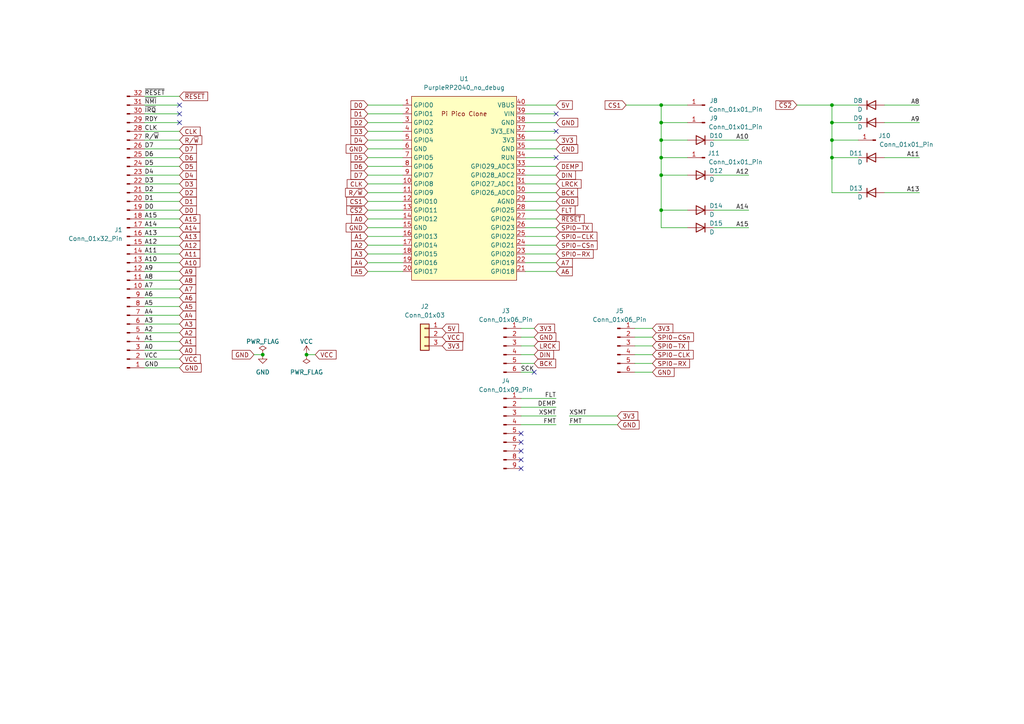
<source format=kicad_sch>
(kicad_sch
	(version 20231120)
	(generator "eeschema")
	(generator_version "8.0")
	(uuid "84750b87-1af1-442e-a3a9-9a14150d57ed")
	(paper "A4")
	(lib_symbols
		(symbol "Connector:Conn_01x01_Pin"
			(pin_names
				(offset 1.016) hide)
			(exclude_from_sim no)
			(in_bom yes)
			(on_board yes)
			(property "Reference" "J"
				(at 0 2.54 0)
				(effects
					(font
						(size 1.27 1.27)
					)
				)
			)
			(property "Value" "Conn_01x01_Pin"
				(at 0 -2.54 0)
				(effects
					(font
						(size 1.27 1.27)
					)
				)
			)
			(property "Footprint" ""
				(at 0 0 0)
				(effects
					(font
						(size 1.27 1.27)
					)
					(hide yes)
				)
			)
			(property "Datasheet" "~"
				(at 0 0 0)
				(effects
					(font
						(size 1.27 1.27)
					)
					(hide yes)
				)
			)
			(property "Description" "Generic connector, single row, 01x01, script generated"
				(at 0 0 0)
				(effects
					(font
						(size 1.27 1.27)
					)
					(hide yes)
				)
			)
			(property "ki_locked" ""
				(at 0 0 0)
				(effects
					(font
						(size 1.27 1.27)
					)
				)
			)
			(property "ki_keywords" "connector"
				(at 0 0 0)
				(effects
					(font
						(size 1.27 1.27)
					)
					(hide yes)
				)
			)
			(property "ki_fp_filters" "Connector*:*_1x??_*"
				(at 0 0 0)
				(effects
					(font
						(size 1.27 1.27)
					)
					(hide yes)
				)
			)
			(symbol "Conn_01x01_Pin_1_1"
				(polyline
					(pts
						(xy 1.27 0) (xy 0.8636 0)
					)
					(stroke
						(width 0.1524)
						(type default)
					)
					(fill
						(type none)
					)
				)
				(rectangle
					(start 0.8636 0.127)
					(end 0 -0.127)
					(stroke
						(width 0.1524)
						(type default)
					)
					(fill
						(type outline)
					)
				)
				(pin passive line
					(at 5.08 0 180)
					(length 3.81)
					(name "Pin_1"
						(effects
							(font
								(size 1.27 1.27)
							)
						)
					)
					(number "1"
						(effects
							(font
								(size 1.27 1.27)
							)
						)
					)
				)
			)
		)
		(symbol "Connector:Conn_01x06_Pin"
			(pin_names
				(offset 1.016) hide)
			(exclude_from_sim no)
			(in_bom yes)
			(on_board yes)
			(property "Reference" "J"
				(at 0 7.62 0)
				(effects
					(font
						(size 1.27 1.27)
					)
				)
			)
			(property "Value" "Conn_01x06_Pin"
				(at 0 -10.16 0)
				(effects
					(font
						(size 1.27 1.27)
					)
				)
			)
			(property "Footprint" ""
				(at 0 0 0)
				(effects
					(font
						(size 1.27 1.27)
					)
					(hide yes)
				)
			)
			(property "Datasheet" "~"
				(at 0 0 0)
				(effects
					(font
						(size 1.27 1.27)
					)
					(hide yes)
				)
			)
			(property "Description" "Generic connector, single row, 01x06, script generated"
				(at 0 0 0)
				(effects
					(font
						(size 1.27 1.27)
					)
					(hide yes)
				)
			)
			(property "ki_locked" ""
				(at 0 0 0)
				(effects
					(font
						(size 1.27 1.27)
					)
				)
			)
			(property "ki_keywords" "connector"
				(at 0 0 0)
				(effects
					(font
						(size 1.27 1.27)
					)
					(hide yes)
				)
			)
			(property "ki_fp_filters" "Connector*:*_1x??_*"
				(at 0 0 0)
				(effects
					(font
						(size 1.27 1.27)
					)
					(hide yes)
				)
			)
			(symbol "Conn_01x06_Pin_1_1"
				(polyline
					(pts
						(xy 1.27 -7.62) (xy 0.8636 -7.62)
					)
					(stroke
						(width 0.1524)
						(type default)
					)
					(fill
						(type none)
					)
				)
				(polyline
					(pts
						(xy 1.27 -5.08) (xy 0.8636 -5.08)
					)
					(stroke
						(width 0.1524)
						(type default)
					)
					(fill
						(type none)
					)
				)
				(polyline
					(pts
						(xy 1.27 -2.54) (xy 0.8636 -2.54)
					)
					(stroke
						(width 0.1524)
						(type default)
					)
					(fill
						(type none)
					)
				)
				(polyline
					(pts
						(xy 1.27 0) (xy 0.8636 0)
					)
					(stroke
						(width 0.1524)
						(type default)
					)
					(fill
						(type none)
					)
				)
				(polyline
					(pts
						(xy 1.27 2.54) (xy 0.8636 2.54)
					)
					(stroke
						(width 0.1524)
						(type default)
					)
					(fill
						(type none)
					)
				)
				(polyline
					(pts
						(xy 1.27 5.08) (xy 0.8636 5.08)
					)
					(stroke
						(width 0.1524)
						(type default)
					)
					(fill
						(type none)
					)
				)
				(rectangle
					(start 0.8636 -7.493)
					(end 0 -7.747)
					(stroke
						(width 0.1524)
						(type default)
					)
					(fill
						(type outline)
					)
				)
				(rectangle
					(start 0.8636 -4.953)
					(end 0 -5.207)
					(stroke
						(width 0.1524)
						(type default)
					)
					(fill
						(type outline)
					)
				)
				(rectangle
					(start 0.8636 -2.413)
					(end 0 -2.667)
					(stroke
						(width 0.1524)
						(type default)
					)
					(fill
						(type outline)
					)
				)
				(rectangle
					(start 0.8636 0.127)
					(end 0 -0.127)
					(stroke
						(width 0.1524)
						(type default)
					)
					(fill
						(type outline)
					)
				)
				(rectangle
					(start 0.8636 2.667)
					(end 0 2.413)
					(stroke
						(width 0.1524)
						(type default)
					)
					(fill
						(type outline)
					)
				)
				(rectangle
					(start 0.8636 5.207)
					(end 0 4.953)
					(stroke
						(width 0.1524)
						(type default)
					)
					(fill
						(type outline)
					)
				)
				(pin passive line
					(at 5.08 5.08 180)
					(length 3.81)
					(name "Pin_1"
						(effects
							(font
								(size 1.27 1.27)
							)
						)
					)
					(number "1"
						(effects
							(font
								(size 1.27 1.27)
							)
						)
					)
				)
				(pin passive line
					(at 5.08 2.54 180)
					(length 3.81)
					(name "Pin_2"
						(effects
							(font
								(size 1.27 1.27)
							)
						)
					)
					(number "2"
						(effects
							(font
								(size 1.27 1.27)
							)
						)
					)
				)
				(pin passive line
					(at 5.08 0 180)
					(length 3.81)
					(name "Pin_3"
						(effects
							(font
								(size 1.27 1.27)
							)
						)
					)
					(number "3"
						(effects
							(font
								(size 1.27 1.27)
							)
						)
					)
				)
				(pin passive line
					(at 5.08 -2.54 180)
					(length 3.81)
					(name "Pin_4"
						(effects
							(font
								(size 1.27 1.27)
							)
						)
					)
					(number "4"
						(effects
							(font
								(size 1.27 1.27)
							)
						)
					)
				)
				(pin passive line
					(at 5.08 -5.08 180)
					(length 3.81)
					(name "Pin_5"
						(effects
							(font
								(size 1.27 1.27)
							)
						)
					)
					(number "5"
						(effects
							(font
								(size 1.27 1.27)
							)
						)
					)
				)
				(pin passive line
					(at 5.08 -7.62 180)
					(length 3.81)
					(name "Pin_6"
						(effects
							(font
								(size 1.27 1.27)
							)
						)
					)
					(number "6"
						(effects
							(font
								(size 1.27 1.27)
							)
						)
					)
				)
			)
		)
		(symbol "Connector:Conn_01x09_Pin"
			(pin_names
				(offset 1.016) hide)
			(exclude_from_sim no)
			(in_bom yes)
			(on_board yes)
			(property "Reference" "J"
				(at 0 12.7 0)
				(effects
					(font
						(size 1.27 1.27)
					)
				)
			)
			(property "Value" "Conn_01x09_Pin"
				(at 0 -12.7 0)
				(effects
					(font
						(size 1.27 1.27)
					)
				)
			)
			(property "Footprint" ""
				(at 0 0 0)
				(effects
					(font
						(size 1.27 1.27)
					)
					(hide yes)
				)
			)
			(property "Datasheet" "~"
				(at 0 0 0)
				(effects
					(font
						(size 1.27 1.27)
					)
					(hide yes)
				)
			)
			(property "Description" "Generic connector, single row, 01x09, script generated"
				(at 0 0 0)
				(effects
					(font
						(size 1.27 1.27)
					)
					(hide yes)
				)
			)
			(property "ki_locked" ""
				(at 0 0 0)
				(effects
					(font
						(size 1.27 1.27)
					)
				)
			)
			(property "ki_keywords" "connector"
				(at 0 0 0)
				(effects
					(font
						(size 1.27 1.27)
					)
					(hide yes)
				)
			)
			(property "ki_fp_filters" "Connector*:*_1x??_*"
				(at 0 0 0)
				(effects
					(font
						(size 1.27 1.27)
					)
					(hide yes)
				)
			)
			(symbol "Conn_01x09_Pin_1_1"
				(polyline
					(pts
						(xy 1.27 -10.16) (xy 0.8636 -10.16)
					)
					(stroke
						(width 0.1524)
						(type default)
					)
					(fill
						(type none)
					)
				)
				(polyline
					(pts
						(xy 1.27 -7.62) (xy 0.8636 -7.62)
					)
					(stroke
						(width 0.1524)
						(type default)
					)
					(fill
						(type none)
					)
				)
				(polyline
					(pts
						(xy 1.27 -5.08) (xy 0.8636 -5.08)
					)
					(stroke
						(width 0.1524)
						(type default)
					)
					(fill
						(type none)
					)
				)
				(polyline
					(pts
						(xy 1.27 -2.54) (xy 0.8636 -2.54)
					)
					(stroke
						(width 0.1524)
						(type default)
					)
					(fill
						(type none)
					)
				)
				(polyline
					(pts
						(xy 1.27 0) (xy 0.8636 0)
					)
					(stroke
						(width 0.1524)
						(type default)
					)
					(fill
						(type none)
					)
				)
				(polyline
					(pts
						(xy 1.27 2.54) (xy 0.8636 2.54)
					)
					(stroke
						(width 0.1524)
						(type default)
					)
					(fill
						(type none)
					)
				)
				(polyline
					(pts
						(xy 1.27 5.08) (xy 0.8636 5.08)
					)
					(stroke
						(width 0.1524)
						(type default)
					)
					(fill
						(type none)
					)
				)
				(polyline
					(pts
						(xy 1.27 7.62) (xy 0.8636 7.62)
					)
					(stroke
						(width 0.1524)
						(type default)
					)
					(fill
						(type none)
					)
				)
				(polyline
					(pts
						(xy 1.27 10.16) (xy 0.8636 10.16)
					)
					(stroke
						(width 0.1524)
						(type default)
					)
					(fill
						(type none)
					)
				)
				(rectangle
					(start 0.8636 -10.033)
					(end 0 -10.287)
					(stroke
						(width 0.1524)
						(type default)
					)
					(fill
						(type outline)
					)
				)
				(rectangle
					(start 0.8636 -7.493)
					(end 0 -7.747)
					(stroke
						(width 0.1524)
						(type default)
					)
					(fill
						(type outline)
					)
				)
				(rectangle
					(start 0.8636 -4.953)
					(end 0 -5.207)
					(stroke
						(width 0.1524)
						(type default)
					)
					(fill
						(type outline)
					)
				)
				(rectangle
					(start 0.8636 -2.413)
					(end 0 -2.667)
					(stroke
						(width 0.1524)
						(type default)
					)
					(fill
						(type outline)
					)
				)
				(rectangle
					(start 0.8636 0.127)
					(end 0 -0.127)
					(stroke
						(width 0.1524)
						(type default)
					)
					(fill
						(type outline)
					)
				)
				(rectangle
					(start 0.8636 2.667)
					(end 0 2.413)
					(stroke
						(width 0.1524)
						(type default)
					)
					(fill
						(type outline)
					)
				)
				(rectangle
					(start 0.8636 5.207)
					(end 0 4.953)
					(stroke
						(width 0.1524)
						(type default)
					)
					(fill
						(type outline)
					)
				)
				(rectangle
					(start 0.8636 7.747)
					(end 0 7.493)
					(stroke
						(width 0.1524)
						(type default)
					)
					(fill
						(type outline)
					)
				)
				(rectangle
					(start 0.8636 10.287)
					(end 0 10.033)
					(stroke
						(width 0.1524)
						(type default)
					)
					(fill
						(type outline)
					)
				)
				(pin passive line
					(at 5.08 10.16 180)
					(length 3.81)
					(name "Pin_1"
						(effects
							(font
								(size 1.27 1.27)
							)
						)
					)
					(number "1"
						(effects
							(font
								(size 1.27 1.27)
							)
						)
					)
				)
				(pin passive line
					(at 5.08 7.62 180)
					(length 3.81)
					(name "Pin_2"
						(effects
							(font
								(size 1.27 1.27)
							)
						)
					)
					(number "2"
						(effects
							(font
								(size 1.27 1.27)
							)
						)
					)
				)
				(pin passive line
					(at 5.08 5.08 180)
					(length 3.81)
					(name "Pin_3"
						(effects
							(font
								(size 1.27 1.27)
							)
						)
					)
					(number "3"
						(effects
							(font
								(size 1.27 1.27)
							)
						)
					)
				)
				(pin passive line
					(at 5.08 2.54 180)
					(length 3.81)
					(name "Pin_4"
						(effects
							(font
								(size 1.27 1.27)
							)
						)
					)
					(number "4"
						(effects
							(font
								(size 1.27 1.27)
							)
						)
					)
				)
				(pin passive line
					(at 5.08 0 180)
					(length 3.81)
					(name "Pin_5"
						(effects
							(font
								(size 1.27 1.27)
							)
						)
					)
					(number "5"
						(effects
							(font
								(size 1.27 1.27)
							)
						)
					)
				)
				(pin passive line
					(at 5.08 -2.54 180)
					(length 3.81)
					(name "Pin_6"
						(effects
							(font
								(size 1.27 1.27)
							)
						)
					)
					(number "6"
						(effects
							(font
								(size 1.27 1.27)
							)
						)
					)
				)
				(pin passive line
					(at 5.08 -5.08 180)
					(length 3.81)
					(name "Pin_7"
						(effects
							(font
								(size 1.27 1.27)
							)
						)
					)
					(number "7"
						(effects
							(font
								(size 1.27 1.27)
							)
						)
					)
				)
				(pin passive line
					(at 5.08 -7.62 180)
					(length 3.81)
					(name "Pin_8"
						(effects
							(font
								(size 1.27 1.27)
							)
						)
					)
					(number "8"
						(effects
							(font
								(size 1.27 1.27)
							)
						)
					)
				)
				(pin passive line
					(at 5.08 -10.16 180)
					(length 3.81)
					(name "Pin_9"
						(effects
							(font
								(size 1.27 1.27)
							)
						)
					)
					(number "9"
						(effects
							(font
								(size 1.27 1.27)
							)
						)
					)
				)
			)
		)
		(symbol "Connector:Conn_01x32_Pin"
			(pin_names
				(offset 1.016) hide)
			(exclude_from_sim no)
			(in_bom yes)
			(on_board yes)
			(property "Reference" "J"
				(at 0 40.64 0)
				(effects
					(font
						(size 1.27 1.27)
					)
				)
			)
			(property "Value" "Conn_01x32_Pin"
				(at 0 -43.18 0)
				(effects
					(font
						(size 1.27 1.27)
					)
				)
			)
			(property "Footprint" ""
				(at 0 0 0)
				(effects
					(font
						(size 1.27 1.27)
					)
					(hide yes)
				)
			)
			(property "Datasheet" "~"
				(at 0 0 0)
				(effects
					(font
						(size 1.27 1.27)
					)
					(hide yes)
				)
			)
			(property "Description" "Generic connector, single row, 01x32, script generated"
				(at 0 0 0)
				(effects
					(font
						(size 1.27 1.27)
					)
					(hide yes)
				)
			)
			(property "ki_locked" ""
				(at 0 0 0)
				(effects
					(font
						(size 1.27 1.27)
					)
				)
			)
			(property "ki_keywords" "connector"
				(at 0 0 0)
				(effects
					(font
						(size 1.27 1.27)
					)
					(hide yes)
				)
			)
			(property "ki_fp_filters" "Connector*:*_1x??_*"
				(at 0 0 0)
				(effects
					(font
						(size 1.27 1.27)
					)
					(hide yes)
				)
			)
			(symbol "Conn_01x32_Pin_1_1"
				(polyline
					(pts
						(xy 1.27 -40.64) (xy 0.8636 -40.64)
					)
					(stroke
						(width 0.1524)
						(type default)
					)
					(fill
						(type none)
					)
				)
				(polyline
					(pts
						(xy 1.27 -38.1) (xy 0.8636 -38.1)
					)
					(stroke
						(width 0.1524)
						(type default)
					)
					(fill
						(type none)
					)
				)
				(polyline
					(pts
						(xy 1.27 -35.56) (xy 0.8636 -35.56)
					)
					(stroke
						(width 0.1524)
						(type default)
					)
					(fill
						(type none)
					)
				)
				(polyline
					(pts
						(xy 1.27 -33.02) (xy 0.8636 -33.02)
					)
					(stroke
						(width 0.1524)
						(type default)
					)
					(fill
						(type none)
					)
				)
				(polyline
					(pts
						(xy 1.27 -30.48) (xy 0.8636 -30.48)
					)
					(stroke
						(width 0.1524)
						(type default)
					)
					(fill
						(type none)
					)
				)
				(polyline
					(pts
						(xy 1.27 -27.94) (xy 0.8636 -27.94)
					)
					(stroke
						(width 0.1524)
						(type default)
					)
					(fill
						(type none)
					)
				)
				(polyline
					(pts
						(xy 1.27 -25.4) (xy 0.8636 -25.4)
					)
					(stroke
						(width 0.1524)
						(type default)
					)
					(fill
						(type none)
					)
				)
				(polyline
					(pts
						(xy 1.27 -22.86) (xy 0.8636 -22.86)
					)
					(stroke
						(width 0.1524)
						(type default)
					)
					(fill
						(type none)
					)
				)
				(polyline
					(pts
						(xy 1.27 -20.32) (xy 0.8636 -20.32)
					)
					(stroke
						(width 0.1524)
						(type default)
					)
					(fill
						(type none)
					)
				)
				(polyline
					(pts
						(xy 1.27 -17.78) (xy 0.8636 -17.78)
					)
					(stroke
						(width 0.1524)
						(type default)
					)
					(fill
						(type none)
					)
				)
				(polyline
					(pts
						(xy 1.27 -15.24) (xy 0.8636 -15.24)
					)
					(stroke
						(width 0.1524)
						(type default)
					)
					(fill
						(type none)
					)
				)
				(polyline
					(pts
						(xy 1.27 -12.7) (xy 0.8636 -12.7)
					)
					(stroke
						(width 0.1524)
						(type default)
					)
					(fill
						(type none)
					)
				)
				(polyline
					(pts
						(xy 1.27 -10.16) (xy 0.8636 -10.16)
					)
					(stroke
						(width 0.1524)
						(type default)
					)
					(fill
						(type none)
					)
				)
				(polyline
					(pts
						(xy 1.27 -7.62) (xy 0.8636 -7.62)
					)
					(stroke
						(width 0.1524)
						(type default)
					)
					(fill
						(type none)
					)
				)
				(polyline
					(pts
						(xy 1.27 -5.08) (xy 0.8636 -5.08)
					)
					(stroke
						(width 0.1524)
						(type default)
					)
					(fill
						(type none)
					)
				)
				(polyline
					(pts
						(xy 1.27 -2.54) (xy 0.8636 -2.54)
					)
					(stroke
						(width 0.1524)
						(type default)
					)
					(fill
						(type none)
					)
				)
				(polyline
					(pts
						(xy 1.27 0) (xy 0.8636 0)
					)
					(stroke
						(width 0.1524)
						(type default)
					)
					(fill
						(type none)
					)
				)
				(polyline
					(pts
						(xy 1.27 2.54) (xy 0.8636 2.54)
					)
					(stroke
						(width 0.1524)
						(type default)
					)
					(fill
						(type none)
					)
				)
				(polyline
					(pts
						(xy 1.27 5.08) (xy 0.8636 5.08)
					)
					(stroke
						(width 0.1524)
						(type default)
					)
					(fill
						(type none)
					)
				)
				(polyline
					(pts
						(xy 1.27 7.62) (xy 0.8636 7.62)
					)
					(stroke
						(width 0.1524)
						(type default)
					)
					(fill
						(type none)
					)
				)
				(polyline
					(pts
						(xy 1.27 10.16) (xy 0.8636 10.16)
					)
					(stroke
						(width 0.1524)
						(type default)
					)
					(fill
						(type none)
					)
				)
				(polyline
					(pts
						(xy 1.27 12.7) (xy 0.8636 12.7)
					)
					(stroke
						(width 0.1524)
						(type default)
					)
					(fill
						(type none)
					)
				)
				(polyline
					(pts
						(xy 1.27 15.24) (xy 0.8636 15.24)
					)
					(stroke
						(width 0.1524)
						(type default)
					)
					(fill
						(type none)
					)
				)
				(polyline
					(pts
						(xy 1.27 17.78) (xy 0.8636 17.78)
					)
					(stroke
						(width 0.1524)
						(type default)
					)
					(fill
						(type none)
					)
				)
				(polyline
					(pts
						(xy 1.27 20.32) (xy 0.8636 20.32)
					)
					(stroke
						(width 0.1524)
						(type default)
					)
					(fill
						(type none)
					)
				)
				(polyline
					(pts
						(xy 1.27 22.86) (xy 0.8636 22.86)
					)
					(stroke
						(width 0.1524)
						(type default)
					)
					(fill
						(type none)
					)
				)
				(polyline
					(pts
						(xy 1.27 25.4) (xy 0.8636 25.4)
					)
					(stroke
						(width 0.1524)
						(type default)
					)
					(fill
						(type none)
					)
				)
				(polyline
					(pts
						(xy 1.27 27.94) (xy 0.8636 27.94)
					)
					(stroke
						(width 0.1524)
						(type default)
					)
					(fill
						(type none)
					)
				)
				(polyline
					(pts
						(xy 1.27 30.48) (xy 0.8636 30.48)
					)
					(stroke
						(width 0.1524)
						(type default)
					)
					(fill
						(type none)
					)
				)
				(polyline
					(pts
						(xy 1.27 33.02) (xy 0.8636 33.02)
					)
					(stroke
						(width 0.1524)
						(type default)
					)
					(fill
						(type none)
					)
				)
				(polyline
					(pts
						(xy 1.27 35.56) (xy 0.8636 35.56)
					)
					(stroke
						(width 0.1524)
						(type default)
					)
					(fill
						(type none)
					)
				)
				(polyline
					(pts
						(xy 1.27 38.1) (xy 0.8636 38.1)
					)
					(stroke
						(width 0.1524)
						(type default)
					)
					(fill
						(type none)
					)
				)
				(rectangle
					(start 0.8636 -40.513)
					(end 0 -40.767)
					(stroke
						(width 0.1524)
						(type default)
					)
					(fill
						(type outline)
					)
				)
				(rectangle
					(start 0.8636 -37.973)
					(end 0 -38.227)
					(stroke
						(width 0.1524)
						(type default)
					)
					(fill
						(type outline)
					)
				)
				(rectangle
					(start 0.8636 -35.433)
					(end 0 -35.687)
					(stroke
						(width 0.1524)
						(type default)
					)
					(fill
						(type outline)
					)
				)
				(rectangle
					(start 0.8636 -32.893)
					(end 0 -33.147)
					(stroke
						(width 0.1524)
						(type default)
					)
					(fill
						(type outline)
					)
				)
				(rectangle
					(start 0.8636 -30.353)
					(end 0 -30.607)
					(stroke
						(width 0.1524)
						(type default)
					)
					(fill
						(type outline)
					)
				)
				(rectangle
					(start 0.8636 -27.813)
					(end 0 -28.067)
					(stroke
						(width 0.1524)
						(type default)
					)
					(fill
						(type outline)
					)
				)
				(rectangle
					(start 0.8636 -25.273)
					(end 0 -25.527)
					(stroke
						(width 0.1524)
						(type default)
					)
					(fill
						(type outline)
					)
				)
				(rectangle
					(start 0.8636 -22.733)
					(end 0 -22.987)
					(stroke
						(width 0.1524)
						(type default)
					)
					(fill
						(type outline)
					)
				)
				(rectangle
					(start 0.8636 -20.193)
					(end 0 -20.447)
					(stroke
						(width 0.1524)
						(type default)
					)
					(fill
						(type outline)
					)
				)
				(rectangle
					(start 0.8636 -17.653)
					(end 0 -17.907)
					(stroke
						(width 0.1524)
						(type default)
					)
					(fill
						(type outline)
					)
				)
				(rectangle
					(start 0.8636 -15.113)
					(end 0 -15.367)
					(stroke
						(width 0.1524)
						(type default)
					)
					(fill
						(type outline)
					)
				)
				(rectangle
					(start 0.8636 -12.573)
					(end 0 -12.827)
					(stroke
						(width 0.1524)
						(type default)
					)
					(fill
						(type outline)
					)
				)
				(rectangle
					(start 0.8636 -10.033)
					(end 0 -10.287)
					(stroke
						(width 0.1524)
						(type default)
					)
					(fill
						(type outline)
					)
				)
				(rectangle
					(start 0.8636 -7.493)
					(end 0 -7.747)
					(stroke
						(width 0.1524)
						(type default)
					)
					(fill
						(type outline)
					)
				)
				(rectangle
					(start 0.8636 -4.953)
					(end 0 -5.207)
					(stroke
						(width 0.1524)
						(type default)
					)
					(fill
						(type outline)
					)
				)
				(rectangle
					(start 0.8636 -2.413)
					(end 0 -2.667)
					(stroke
						(width 0.1524)
						(type default)
					)
					(fill
						(type outline)
					)
				)
				(rectangle
					(start 0.8636 0.127)
					(end 0 -0.127)
					(stroke
						(width 0.1524)
						(type default)
					)
					(fill
						(type outline)
					)
				)
				(rectangle
					(start 0.8636 2.667)
					(end 0 2.413)
					(stroke
						(width 0.1524)
						(type default)
					)
					(fill
						(type outline)
					)
				)
				(rectangle
					(start 0.8636 5.207)
					(end 0 4.953)
					(stroke
						(width 0.1524)
						(type default)
					)
					(fill
						(type outline)
					)
				)
				(rectangle
					(start 0.8636 7.747)
					(end 0 7.493)
					(stroke
						(width 0.1524)
						(type default)
					)
					(fill
						(type outline)
					)
				)
				(rectangle
					(start 0.8636 10.287)
					(end 0 10.033)
					(stroke
						(width 0.1524)
						(type default)
					)
					(fill
						(type outline)
					)
				)
				(rectangle
					(start 0.8636 12.827)
					(end 0 12.573)
					(stroke
						(width 0.1524)
						(type default)
					)
					(fill
						(type outline)
					)
				)
				(rectangle
					(start 0.8636 15.367)
					(end 0 15.113)
					(stroke
						(width 0.1524)
						(type default)
					)
					(fill
						(type outline)
					)
				)
				(rectangle
					(start 0.8636 17.907)
					(end 0 17.653)
					(stroke
						(width 0.1524)
						(type default)
					)
					(fill
						(type outline)
					)
				)
				(rectangle
					(start 0.8636 20.447)
					(end 0 20.193)
					(stroke
						(width 0.1524)
						(type default)
					)
					(fill
						(type outline)
					)
				)
				(rectangle
					(start 0.8636 22.987)
					(end 0 22.733)
					(stroke
						(width 0.1524)
						(type default)
					)
					(fill
						(type outline)
					)
				)
				(rectangle
					(start 0.8636 25.527)
					(end 0 25.273)
					(stroke
						(width 0.1524)
						(type default)
					)
					(fill
						(type outline)
					)
				)
				(rectangle
					(start 0.8636 28.067)
					(end 0 27.813)
					(stroke
						(width 0.1524)
						(type default)
					)
					(fill
						(type outline)
					)
				)
				(rectangle
					(start 0.8636 30.607)
					(end 0 30.353)
					(stroke
						(width 0.1524)
						(type default)
					)
					(fill
						(type outline)
					)
				)
				(rectangle
					(start 0.8636 33.147)
					(end 0 32.893)
					(stroke
						(width 0.1524)
						(type default)
					)
					(fill
						(type outline)
					)
				)
				(rectangle
					(start 0.8636 35.687)
					(end 0 35.433)
					(stroke
						(width 0.1524)
						(type default)
					)
					(fill
						(type outline)
					)
				)
				(rectangle
					(start 0.8636 38.227)
					(end 0 37.973)
					(stroke
						(width 0.1524)
						(type default)
					)
					(fill
						(type outline)
					)
				)
				(pin passive line
					(at 5.08 38.1 180)
					(length 3.81)
					(name "Pin_1"
						(effects
							(font
								(size 1.27 1.27)
							)
						)
					)
					(number "1"
						(effects
							(font
								(size 1.27 1.27)
							)
						)
					)
				)
				(pin passive line
					(at 5.08 15.24 180)
					(length 3.81)
					(name "Pin_10"
						(effects
							(font
								(size 1.27 1.27)
							)
						)
					)
					(number "10"
						(effects
							(font
								(size 1.27 1.27)
							)
						)
					)
				)
				(pin passive line
					(at 5.08 12.7 180)
					(length 3.81)
					(name "Pin_11"
						(effects
							(font
								(size 1.27 1.27)
							)
						)
					)
					(number "11"
						(effects
							(font
								(size 1.27 1.27)
							)
						)
					)
				)
				(pin passive line
					(at 5.08 10.16 180)
					(length 3.81)
					(name "Pin_12"
						(effects
							(font
								(size 1.27 1.27)
							)
						)
					)
					(number "12"
						(effects
							(font
								(size 1.27 1.27)
							)
						)
					)
				)
				(pin passive line
					(at 5.08 7.62 180)
					(length 3.81)
					(name "Pin_13"
						(effects
							(font
								(size 1.27 1.27)
							)
						)
					)
					(number "13"
						(effects
							(font
								(size 1.27 1.27)
							)
						)
					)
				)
				(pin passive line
					(at 5.08 5.08 180)
					(length 3.81)
					(name "Pin_14"
						(effects
							(font
								(size 1.27 1.27)
							)
						)
					)
					(number "14"
						(effects
							(font
								(size 1.27 1.27)
							)
						)
					)
				)
				(pin passive line
					(at 5.08 2.54 180)
					(length 3.81)
					(name "Pin_15"
						(effects
							(font
								(size 1.27 1.27)
							)
						)
					)
					(number "15"
						(effects
							(font
								(size 1.27 1.27)
							)
						)
					)
				)
				(pin passive line
					(at 5.08 0 180)
					(length 3.81)
					(name "Pin_16"
						(effects
							(font
								(size 1.27 1.27)
							)
						)
					)
					(number "16"
						(effects
							(font
								(size 1.27 1.27)
							)
						)
					)
				)
				(pin passive line
					(at 5.08 -2.54 180)
					(length 3.81)
					(name "Pin_17"
						(effects
							(font
								(size 1.27 1.27)
							)
						)
					)
					(number "17"
						(effects
							(font
								(size 1.27 1.27)
							)
						)
					)
				)
				(pin passive line
					(at 5.08 -5.08 180)
					(length 3.81)
					(name "Pin_18"
						(effects
							(font
								(size 1.27 1.27)
							)
						)
					)
					(number "18"
						(effects
							(font
								(size 1.27 1.27)
							)
						)
					)
				)
				(pin passive line
					(at 5.08 -7.62 180)
					(length 3.81)
					(name "Pin_19"
						(effects
							(font
								(size 1.27 1.27)
							)
						)
					)
					(number "19"
						(effects
							(font
								(size 1.27 1.27)
							)
						)
					)
				)
				(pin passive line
					(at 5.08 35.56 180)
					(length 3.81)
					(name "Pin_2"
						(effects
							(font
								(size 1.27 1.27)
							)
						)
					)
					(number "2"
						(effects
							(font
								(size 1.27 1.27)
							)
						)
					)
				)
				(pin passive line
					(at 5.08 -10.16 180)
					(length 3.81)
					(name "Pin_20"
						(effects
							(font
								(size 1.27 1.27)
							)
						)
					)
					(number "20"
						(effects
							(font
								(size 1.27 1.27)
							)
						)
					)
				)
				(pin passive line
					(at 5.08 -12.7 180)
					(length 3.81)
					(name "Pin_21"
						(effects
							(font
								(size 1.27 1.27)
							)
						)
					)
					(number "21"
						(effects
							(font
								(size 1.27 1.27)
							)
						)
					)
				)
				(pin passive line
					(at 5.08 -15.24 180)
					(length 3.81)
					(name "Pin_22"
						(effects
							(font
								(size 1.27 1.27)
							)
						)
					)
					(number "22"
						(effects
							(font
								(size 1.27 1.27)
							)
						)
					)
				)
				(pin passive line
					(at 5.08 -17.78 180)
					(length 3.81)
					(name "Pin_23"
						(effects
							(font
								(size 1.27 1.27)
							)
						)
					)
					(number "23"
						(effects
							(font
								(size 1.27 1.27)
							)
						)
					)
				)
				(pin passive line
					(at 5.08 -20.32 180)
					(length 3.81)
					(name "Pin_24"
						(effects
							(font
								(size 1.27 1.27)
							)
						)
					)
					(number "24"
						(effects
							(font
								(size 1.27 1.27)
							)
						)
					)
				)
				(pin passive line
					(at 5.08 -22.86 180)
					(length 3.81)
					(name "Pin_25"
						(effects
							(font
								(size 1.27 1.27)
							)
						)
					)
					(number "25"
						(effects
							(font
								(size 1.27 1.27)
							)
						)
					)
				)
				(pin passive line
					(at 5.08 -25.4 180)
					(length 3.81)
					(name "Pin_26"
						(effects
							(font
								(size 1.27 1.27)
							)
						)
					)
					(number "26"
						(effects
							(font
								(size 1.27 1.27)
							)
						)
					)
				)
				(pin passive line
					(at 5.08 -27.94 180)
					(length 3.81)
					(name "Pin_27"
						(effects
							(font
								(size 1.27 1.27)
							)
						)
					)
					(number "27"
						(effects
							(font
								(size 1.27 1.27)
							)
						)
					)
				)
				(pin passive line
					(at 5.08 -30.48 180)
					(length 3.81)
					(name "Pin_28"
						(effects
							(font
								(size 1.27 1.27)
							)
						)
					)
					(number "28"
						(effects
							(font
								(size 1.27 1.27)
							)
						)
					)
				)
				(pin passive line
					(at 5.08 -33.02 180)
					(length 3.81)
					(name "Pin_29"
						(effects
							(font
								(size 1.27 1.27)
							)
						)
					)
					(number "29"
						(effects
							(font
								(size 1.27 1.27)
							)
						)
					)
				)
				(pin passive line
					(at 5.08 33.02 180)
					(length 3.81)
					(name "Pin_3"
						(effects
							(font
								(size 1.27 1.27)
							)
						)
					)
					(number "3"
						(effects
							(font
								(size 1.27 1.27)
							)
						)
					)
				)
				(pin passive line
					(at 5.08 -35.56 180)
					(length 3.81)
					(name "Pin_30"
						(effects
							(font
								(size 1.27 1.27)
							)
						)
					)
					(number "30"
						(effects
							(font
								(size 1.27 1.27)
							)
						)
					)
				)
				(pin passive line
					(at 5.08 -38.1 180)
					(length 3.81)
					(name "Pin_31"
						(effects
							(font
								(size 1.27 1.27)
							)
						)
					)
					(number "31"
						(effects
							(font
								(size 1.27 1.27)
							)
						)
					)
				)
				(pin passive line
					(at 5.08 -40.64 180)
					(length 3.81)
					(name "Pin_32"
						(effects
							(font
								(size 1.27 1.27)
							)
						)
					)
					(number "32"
						(effects
							(font
								(size 1.27 1.27)
							)
						)
					)
				)
				(pin passive line
					(at 5.08 30.48 180)
					(length 3.81)
					(name "Pin_4"
						(effects
							(font
								(size 1.27 1.27)
							)
						)
					)
					(number "4"
						(effects
							(font
								(size 1.27 1.27)
							)
						)
					)
				)
				(pin passive line
					(at 5.08 27.94 180)
					(length 3.81)
					(name "Pin_5"
						(effects
							(font
								(size 1.27 1.27)
							)
						)
					)
					(number "5"
						(effects
							(font
								(size 1.27 1.27)
							)
						)
					)
				)
				(pin passive line
					(at 5.08 25.4 180)
					(length 3.81)
					(name "Pin_6"
						(effects
							(font
								(size 1.27 1.27)
							)
						)
					)
					(number "6"
						(effects
							(font
								(size 1.27 1.27)
							)
						)
					)
				)
				(pin passive line
					(at 5.08 22.86 180)
					(length 3.81)
					(name "Pin_7"
						(effects
							(font
								(size 1.27 1.27)
							)
						)
					)
					(number "7"
						(effects
							(font
								(size 1.27 1.27)
							)
						)
					)
				)
				(pin passive line
					(at 5.08 20.32 180)
					(length 3.81)
					(name "Pin_8"
						(effects
							(font
								(size 1.27 1.27)
							)
						)
					)
					(number "8"
						(effects
							(font
								(size 1.27 1.27)
							)
						)
					)
				)
				(pin passive line
					(at 5.08 17.78 180)
					(length 3.81)
					(name "Pin_9"
						(effects
							(font
								(size 1.27 1.27)
							)
						)
					)
					(number "9"
						(effects
							(font
								(size 1.27 1.27)
							)
						)
					)
				)
			)
		)
		(symbol "Connector_Generic:Conn_01x03"
			(pin_names
				(offset 1.016) hide)
			(exclude_from_sim no)
			(in_bom yes)
			(on_board yes)
			(property "Reference" "J"
				(at 0 5.08 0)
				(effects
					(font
						(size 1.27 1.27)
					)
				)
			)
			(property "Value" "Conn_01x03"
				(at 0 -5.08 0)
				(effects
					(font
						(size 1.27 1.27)
					)
				)
			)
			(property "Footprint" ""
				(at 0 0 0)
				(effects
					(font
						(size 1.27 1.27)
					)
					(hide yes)
				)
			)
			(property "Datasheet" "~"
				(at 0 0 0)
				(effects
					(font
						(size 1.27 1.27)
					)
					(hide yes)
				)
			)
			(property "Description" "Generic connector, single row, 01x03, script generated (kicad-library-utils/schlib/autogen/connector/)"
				(at 0 0 0)
				(effects
					(font
						(size 1.27 1.27)
					)
					(hide yes)
				)
			)
			(property "ki_keywords" "connector"
				(at 0 0 0)
				(effects
					(font
						(size 1.27 1.27)
					)
					(hide yes)
				)
			)
			(property "ki_fp_filters" "Connector*:*_1x??_*"
				(at 0 0 0)
				(effects
					(font
						(size 1.27 1.27)
					)
					(hide yes)
				)
			)
			(symbol "Conn_01x03_1_1"
				(rectangle
					(start -1.27 -2.413)
					(end 0 -2.667)
					(stroke
						(width 0.1524)
						(type default)
					)
					(fill
						(type none)
					)
				)
				(rectangle
					(start -1.27 0.127)
					(end 0 -0.127)
					(stroke
						(width 0.1524)
						(type default)
					)
					(fill
						(type none)
					)
				)
				(rectangle
					(start -1.27 2.667)
					(end 0 2.413)
					(stroke
						(width 0.1524)
						(type default)
					)
					(fill
						(type none)
					)
				)
				(rectangle
					(start -1.27 3.81)
					(end 1.27 -3.81)
					(stroke
						(width 0.254)
						(type default)
					)
					(fill
						(type background)
					)
				)
				(pin passive line
					(at -5.08 2.54 0)
					(length 3.81)
					(name "Pin_1"
						(effects
							(font
								(size 1.27 1.27)
							)
						)
					)
					(number "1"
						(effects
							(font
								(size 1.27 1.27)
							)
						)
					)
				)
				(pin passive line
					(at -5.08 0 0)
					(length 3.81)
					(name "Pin_2"
						(effects
							(font
								(size 1.27 1.27)
							)
						)
					)
					(number "2"
						(effects
							(font
								(size 1.27 1.27)
							)
						)
					)
				)
				(pin passive line
					(at -5.08 -2.54 0)
					(length 3.81)
					(name "Pin_3"
						(effects
							(font
								(size 1.27 1.27)
							)
						)
					)
					(number "3"
						(effects
							(font
								(size 1.27 1.27)
							)
						)
					)
				)
			)
		)
		(symbol "Device:D"
			(pin_numbers hide)
			(pin_names
				(offset 1.016) hide)
			(exclude_from_sim no)
			(in_bom yes)
			(on_board yes)
			(property "Reference" "D"
				(at 0 2.54 0)
				(effects
					(font
						(size 1.27 1.27)
					)
				)
			)
			(property "Value" "D"
				(at 0 -2.54 0)
				(effects
					(font
						(size 1.27 1.27)
					)
				)
			)
			(property "Footprint" ""
				(at 0 0 0)
				(effects
					(font
						(size 1.27 1.27)
					)
					(hide yes)
				)
			)
			(property "Datasheet" "~"
				(at 0 0 0)
				(effects
					(font
						(size 1.27 1.27)
					)
					(hide yes)
				)
			)
			(property "Description" "Diode"
				(at 0 0 0)
				(effects
					(font
						(size 1.27 1.27)
					)
					(hide yes)
				)
			)
			(property "Sim.Device" "D"
				(at 0 0 0)
				(effects
					(font
						(size 1.27 1.27)
					)
					(hide yes)
				)
			)
			(property "Sim.Pins" "1=K 2=A"
				(at 0 0 0)
				(effects
					(font
						(size 1.27 1.27)
					)
					(hide yes)
				)
			)
			(property "ki_keywords" "diode"
				(at 0 0 0)
				(effects
					(font
						(size 1.27 1.27)
					)
					(hide yes)
				)
			)
			(property "ki_fp_filters" "TO-???* *_Diode_* *SingleDiode* D_*"
				(at 0 0 0)
				(effects
					(font
						(size 1.27 1.27)
					)
					(hide yes)
				)
			)
			(symbol "D_0_1"
				(polyline
					(pts
						(xy -1.27 1.27) (xy -1.27 -1.27)
					)
					(stroke
						(width 0.254)
						(type default)
					)
					(fill
						(type none)
					)
				)
				(polyline
					(pts
						(xy 1.27 0) (xy -1.27 0)
					)
					(stroke
						(width 0)
						(type default)
					)
					(fill
						(type none)
					)
				)
				(polyline
					(pts
						(xy 1.27 1.27) (xy 1.27 -1.27) (xy -1.27 0) (xy 1.27 1.27)
					)
					(stroke
						(width 0.254)
						(type default)
					)
					(fill
						(type none)
					)
				)
			)
			(symbol "D_1_1"
				(pin passive line
					(at -3.81 0 0)
					(length 2.54)
					(name "K"
						(effects
							(font
								(size 1.27 1.27)
							)
						)
					)
					(number "1"
						(effects
							(font
								(size 1.27 1.27)
							)
						)
					)
				)
				(pin passive line
					(at 3.81 0 180)
					(length 2.54)
					(name "A"
						(effects
							(font
								(size 1.27 1.27)
							)
						)
					)
					(number "2"
						(effects
							(font
								(size 1.27 1.27)
							)
						)
					)
				)
			)
		)
		(symbol "MCU_RaspberryPi_and_Boards:PurpleRP2040_no_debug"
			(exclude_from_sim no)
			(in_bom yes)
			(on_board yes)
			(property "Reference" "U"
				(at -13.97 27.94 0)
				(effects
					(font
						(size 1.27 1.27)
					)
				)
			)
			(property "Value" "PurpleRP2040_no_debug"
				(at 0 19.05 0)
				(effects
					(font
						(size 1.27 1.27)
					)
				)
			)
			(property "Footprint" "RPi_Pico:RPi_Pico_SMD_TH"
				(at 0 0 90)
				(effects
					(font
						(size 1.27 1.27)
					)
					(hide yes)
				)
			)
			(property "Datasheet" ""
				(at 0 0 0)
				(effects
					(font
						(size 1.27 1.27)
					)
					(hide yes)
				)
			)
			(property "Description" ""
				(at 0 0 0)
				(effects
					(font
						(size 1.27 1.27)
					)
					(hide yes)
				)
			)
			(symbol "PurpleRP2040_no_debug_0_1"
				(rectangle
					(start -15.24 26.67)
					(end 15.24 -26.67)
					(stroke
						(width 0)
						(type default)
					)
					(fill
						(type background)
					)
				)
			)
			(symbol "PurpleRP2040_no_debug_1_0"
				(text "Pi Pico Clone"
					(at 0 21.59 0)
					(effects
						(font
							(size 1.27 1.27)
						)
					)
				)
			)
			(symbol "PurpleRP2040_no_debug_1_1"
				(pin bidirectional line
					(at -17.78 24.13 0)
					(length 2.54)
					(name "GPIO0"
						(effects
							(font
								(size 1.27 1.27)
							)
						)
					)
					(number "1"
						(effects
							(font
								(size 1.27 1.27)
							)
						)
					)
				)
				(pin bidirectional line
					(at -17.78 1.27 0)
					(length 2.54)
					(name "GPIO8"
						(effects
							(font
								(size 1.27 1.27)
							)
						)
					)
					(number "10"
						(effects
							(font
								(size 1.27 1.27)
							)
						)
					)
				)
				(pin bidirectional line
					(at -17.78 -1.27 0)
					(length 2.54)
					(name "GPIO9"
						(effects
							(font
								(size 1.27 1.27)
							)
						)
					)
					(number "11"
						(effects
							(font
								(size 1.27 1.27)
							)
						)
					)
				)
				(pin bidirectional line
					(at -17.78 -3.81 0)
					(length 2.54)
					(name "GPIO10"
						(effects
							(font
								(size 1.27 1.27)
							)
						)
					)
					(number "12"
						(effects
							(font
								(size 1.27 1.27)
							)
						)
					)
				)
				(pin bidirectional line
					(at -17.78 -6.35 0)
					(length 2.54)
					(name "GPIO11"
						(effects
							(font
								(size 1.27 1.27)
							)
						)
					)
					(number "13"
						(effects
							(font
								(size 1.27 1.27)
							)
						)
					)
				)
				(pin bidirectional line
					(at -17.78 -8.89 0)
					(length 2.54)
					(name "GPIO12"
						(effects
							(font
								(size 1.27 1.27)
							)
						)
					)
					(number "14"
						(effects
							(font
								(size 1.27 1.27)
							)
						)
					)
				)
				(pin power_in line
					(at -17.78 -11.43 0)
					(length 2.54)
					(name "GND"
						(effects
							(font
								(size 1.27 1.27)
							)
						)
					)
					(number "15"
						(effects
							(font
								(size 1.27 1.27)
							)
						)
					)
				)
				(pin bidirectional line
					(at -17.78 -13.97 0)
					(length 2.54)
					(name "GPIO13"
						(effects
							(font
								(size 1.27 1.27)
							)
						)
					)
					(number "16"
						(effects
							(font
								(size 1.27 1.27)
							)
						)
					)
				)
				(pin bidirectional line
					(at -17.78 -16.51 0)
					(length 2.54)
					(name "GPIO14"
						(effects
							(font
								(size 1.27 1.27)
							)
						)
					)
					(number "17"
						(effects
							(font
								(size 1.27 1.27)
							)
						)
					)
				)
				(pin bidirectional line
					(at -17.78 -19.05 0)
					(length 2.54)
					(name "GPIO15"
						(effects
							(font
								(size 1.27 1.27)
							)
						)
					)
					(number "18"
						(effects
							(font
								(size 1.27 1.27)
							)
						)
					)
				)
				(pin bidirectional line
					(at -17.78 -21.59 0)
					(length 2.54)
					(name "GPIO16"
						(effects
							(font
								(size 1.27 1.27)
							)
						)
					)
					(number "19"
						(effects
							(font
								(size 1.27 1.27)
							)
						)
					)
				)
				(pin bidirectional line
					(at -17.78 21.59 0)
					(length 2.54)
					(name "GPIO1"
						(effects
							(font
								(size 1.27 1.27)
							)
						)
					)
					(number "2"
						(effects
							(font
								(size 1.27 1.27)
							)
						)
					)
				)
				(pin bidirectional line
					(at -17.78 -24.13 0)
					(length 2.54)
					(name "GPIO17"
						(effects
							(font
								(size 1.27 1.27)
							)
						)
					)
					(number "20"
						(effects
							(font
								(size 1.27 1.27)
							)
						)
					)
				)
				(pin bidirectional line
					(at 17.78 -24.13 180)
					(length 2.54)
					(name "GPIO18"
						(effects
							(font
								(size 1.27 1.27)
							)
						)
					)
					(number "21"
						(effects
							(font
								(size 1.27 1.27)
							)
						)
					)
				)
				(pin bidirectional line
					(at 17.78 -21.59 180)
					(length 2.54)
					(name "GPIO19"
						(effects
							(font
								(size 1.27 1.27)
							)
						)
					)
					(number "22"
						(effects
							(font
								(size 1.27 1.27)
							)
						)
					)
				)
				(pin bidirectional line
					(at 17.78 -19.05 180)
					(length 2.54)
					(name "GPIO20"
						(effects
							(font
								(size 1.27 1.27)
							)
						)
					)
					(number "23"
						(effects
							(font
								(size 1.27 1.27)
							)
						)
					)
				)
				(pin bidirectional line
					(at 17.78 -16.51 180)
					(length 2.54)
					(name "GPIO21"
						(effects
							(font
								(size 1.27 1.27)
							)
						)
					)
					(number "24"
						(effects
							(font
								(size 1.27 1.27)
							)
						)
					)
				)
				(pin bidirectional line
					(at 17.78 -13.97 180)
					(length 2.54)
					(name "GPIO22"
						(effects
							(font
								(size 1.27 1.27)
							)
						)
					)
					(number "25"
						(effects
							(font
								(size 1.27 1.27)
							)
						)
					)
				)
				(pin bidirectional line
					(at 17.78 -11.43 180)
					(length 2.54)
					(name "GPIO23"
						(effects
							(font
								(size 1.27 1.27)
							)
						)
					)
					(number "26"
						(effects
							(font
								(size 1.27 1.27)
							)
						)
					)
				)
				(pin bidirectional line
					(at 17.78 -8.89 180)
					(length 2.54)
					(name "GPIO24"
						(effects
							(font
								(size 1.27 1.27)
							)
						)
					)
					(number "27"
						(effects
							(font
								(size 1.27 1.27)
							)
						)
					)
				)
				(pin bidirectional line
					(at 17.78 -6.35 180)
					(length 2.54)
					(name "GPIO25"
						(effects
							(font
								(size 1.27 1.27)
							)
						)
					)
					(number "28"
						(effects
							(font
								(size 1.27 1.27)
							)
						)
					)
				)
				(pin power_in line
					(at 17.78 -3.81 180)
					(length 2.54)
					(name "AGND"
						(effects
							(font
								(size 1.27 1.27)
							)
						)
					)
					(number "29"
						(effects
							(font
								(size 1.27 1.27)
							)
						)
					)
				)
				(pin bidirectional line
					(at -17.78 19.05 0)
					(length 2.54)
					(name "GPIO2"
						(effects
							(font
								(size 1.27 1.27)
							)
						)
					)
					(number "3"
						(effects
							(font
								(size 1.27 1.27)
							)
						)
					)
				)
				(pin bidirectional line
					(at 17.78 -1.27 180)
					(length 2.54)
					(name "GPIO26_ADC0"
						(effects
							(font
								(size 1.27 1.27)
							)
						)
					)
					(number "30"
						(effects
							(font
								(size 1.27 1.27)
							)
						)
					)
				)
				(pin bidirectional line
					(at 17.78 1.27 180)
					(length 2.54)
					(name "GPIO27_ADC1"
						(effects
							(font
								(size 1.27 1.27)
							)
						)
					)
					(number "31"
						(effects
							(font
								(size 1.27 1.27)
							)
						)
					)
				)
				(pin bidirectional line
					(at 17.78 3.81 180)
					(length 2.54)
					(name "GPIO28_ADC2"
						(effects
							(font
								(size 1.27 1.27)
							)
						)
					)
					(number "32"
						(effects
							(font
								(size 1.27 1.27)
							)
						)
					)
				)
				(pin bidirectional line
					(at 17.78 6.35 180)
					(length 2.54)
					(name "GPIO29_ADC3"
						(effects
							(font
								(size 1.27 1.27)
							)
						)
					)
					(number "33"
						(effects
							(font
								(size 1.27 1.27)
							)
						)
					)
				)
				(pin input line
					(at 17.78 8.89 180)
					(length 2.54)
					(name "RUN"
						(effects
							(font
								(size 1.27 1.27)
							)
						)
					)
					(number "34"
						(effects
							(font
								(size 1.27 1.27)
							)
						)
					)
				)
				(pin power_in line
					(at 17.78 11.43 180)
					(length 2.54)
					(name "GND"
						(effects
							(font
								(size 1.27 1.27)
							)
						)
					)
					(number "35"
						(effects
							(font
								(size 1.27 1.27)
							)
						)
					)
				)
				(pin power_in line
					(at 17.78 13.97 180)
					(length 2.54)
					(name "3V3"
						(effects
							(font
								(size 1.27 1.27)
							)
						)
					)
					(number "36"
						(effects
							(font
								(size 1.27 1.27)
							)
						)
					)
				)
				(pin input line
					(at 17.78 16.51 180)
					(length 2.54)
					(name "3V3_EN"
						(effects
							(font
								(size 1.27 1.27)
							)
						)
					)
					(number "37"
						(effects
							(font
								(size 1.27 1.27)
							)
						)
					)
				)
				(pin power_in line
					(at 17.78 19.05 180)
					(length 2.54)
					(name "GND"
						(effects
							(font
								(size 1.27 1.27)
							)
						)
					)
					(number "38"
						(effects
							(font
								(size 1.27 1.27)
							)
						)
					)
				)
				(pin power_in line
					(at 17.78 21.59 180)
					(length 2.54)
					(name "VIN"
						(effects
							(font
								(size 1.27 1.27)
							)
						)
					)
					(number "39"
						(effects
							(font
								(size 1.27 1.27)
							)
						)
					)
				)
				(pin bidirectional line
					(at -17.78 16.51 0)
					(length 2.54)
					(name "GPIO3"
						(effects
							(font
								(size 1.27 1.27)
							)
						)
					)
					(number "4"
						(effects
							(font
								(size 1.27 1.27)
							)
						)
					)
				)
				(pin power_in line
					(at 17.78 24.13 180)
					(length 2.54)
					(name "VBUS"
						(effects
							(font
								(size 1.27 1.27)
							)
						)
					)
					(number "40"
						(effects
							(font
								(size 1.27 1.27)
							)
						)
					)
				)
				(pin bidirectional line
					(at -17.78 13.97 0)
					(length 2.54)
					(name "GPIO4"
						(effects
							(font
								(size 1.27 1.27)
							)
						)
					)
					(number "5"
						(effects
							(font
								(size 1.27 1.27)
							)
						)
					)
				)
				(pin power_in line
					(at -17.78 11.43 0)
					(length 2.54)
					(name "GND"
						(effects
							(font
								(size 1.27 1.27)
							)
						)
					)
					(number "6"
						(effects
							(font
								(size 1.27 1.27)
							)
						)
					)
				)
				(pin bidirectional line
					(at -17.78 8.89 0)
					(length 2.54)
					(name "GPIO5"
						(effects
							(font
								(size 1.27 1.27)
							)
						)
					)
					(number "7"
						(effects
							(font
								(size 1.27 1.27)
							)
						)
					)
				)
				(pin bidirectional line
					(at -17.78 6.35 0)
					(length 2.54)
					(name "GPIO6"
						(effects
							(font
								(size 1.27 1.27)
							)
						)
					)
					(number "8"
						(effects
							(font
								(size 1.27 1.27)
							)
						)
					)
				)
				(pin bidirectional line
					(at -17.78 3.81 0)
					(length 2.54)
					(name "GPIO7"
						(effects
							(font
								(size 1.27 1.27)
							)
						)
					)
					(number "9"
						(effects
							(font
								(size 1.27 1.27)
							)
						)
					)
				)
			)
		)
		(symbol "power:GND"
			(power)
			(pin_names
				(offset 0)
			)
			(exclude_from_sim no)
			(in_bom yes)
			(on_board yes)
			(property "Reference" "#PWR"
				(at 0 -6.35 0)
				(effects
					(font
						(size 1.27 1.27)
					)
					(hide yes)
				)
			)
			(property "Value" "GND"
				(at 0 -3.81 0)
				(effects
					(font
						(size 1.27 1.27)
					)
				)
			)
			(property "Footprint" ""
				(at 0 0 0)
				(effects
					(font
						(size 1.27 1.27)
					)
					(hide yes)
				)
			)
			(property "Datasheet" ""
				(at 0 0 0)
				(effects
					(font
						(size 1.27 1.27)
					)
					(hide yes)
				)
			)
			(property "Description" "Power symbol creates a global label with name \"GND\" , ground"
				(at 0 0 0)
				(effects
					(font
						(size 1.27 1.27)
					)
					(hide yes)
				)
			)
			(property "ki_keywords" "global power"
				(at 0 0 0)
				(effects
					(font
						(size 1.27 1.27)
					)
					(hide yes)
				)
			)
			(symbol "GND_0_1"
				(polyline
					(pts
						(xy 0 0) (xy 0 -1.27) (xy 1.27 -1.27) (xy 0 -2.54) (xy -1.27 -1.27) (xy 0 -1.27)
					)
					(stroke
						(width 0)
						(type default)
					)
					(fill
						(type none)
					)
				)
			)
			(symbol "GND_1_1"
				(pin power_in line
					(at 0 0 270)
					(length 0) hide
					(name "GND"
						(effects
							(font
								(size 1.27 1.27)
							)
						)
					)
					(number "1"
						(effects
							(font
								(size 1.27 1.27)
							)
						)
					)
				)
			)
		)
		(symbol "power:PWR_FLAG"
			(power)
			(pin_numbers hide)
			(pin_names
				(offset 0) hide)
			(exclude_from_sim no)
			(in_bom yes)
			(on_board yes)
			(property "Reference" "#FLG"
				(at 0 1.905 0)
				(effects
					(font
						(size 1.27 1.27)
					)
					(hide yes)
				)
			)
			(property "Value" "PWR_FLAG"
				(at 0 3.81 0)
				(effects
					(font
						(size 1.27 1.27)
					)
				)
			)
			(property "Footprint" ""
				(at 0 0 0)
				(effects
					(font
						(size 1.27 1.27)
					)
					(hide yes)
				)
			)
			(property "Datasheet" "~"
				(at 0 0 0)
				(effects
					(font
						(size 1.27 1.27)
					)
					(hide yes)
				)
			)
			(property "Description" "Special symbol for telling ERC where power comes from"
				(at 0 0 0)
				(effects
					(font
						(size 1.27 1.27)
					)
					(hide yes)
				)
			)
			(property "ki_keywords" "flag power"
				(at 0 0 0)
				(effects
					(font
						(size 1.27 1.27)
					)
					(hide yes)
				)
			)
			(symbol "PWR_FLAG_0_0"
				(pin power_out line
					(at 0 0 90)
					(length 0)
					(name "pwr"
						(effects
							(font
								(size 1.27 1.27)
							)
						)
					)
					(number "1"
						(effects
							(font
								(size 1.27 1.27)
							)
						)
					)
				)
			)
			(symbol "PWR_FLAG_0_1"
				(polyline
					(pts
						(xy 0 0) (xy 0 1.27) (xy -1.016 1.905) (xy 0 2.54) (xy 1.016 1.905) (xy 0 1.27)
					)
					(stroke
						(width 0)
						(type default)
					)
					(fill
						(type none)
					)
				)
			)
		)
		(symbol "power:VCC"
			(power)
			(pin_names
				(offset 0)
			)
			(exclude_from_sim no)
			(in_bom yes)
			(on_board yes)
			(property "Reference" "#PWR"
				(at 0 -3.81 0)
				(effects
					(font
						(size 1.27 1.27)
					)
					(hide yes)
				)
			)
			(property "Value" "VCC"
				(at 0 3.81 0)
				(effects
					(font
						(size 1.27 1.27)
					)
				)
			)
			(property "Footprint" ""
				(at 0 0 0)
				(effects
					(font
						(size 1.27 1.27)
					)
					(hide yes)
				)
			)
			(property "Datasheet" ""
				(at 0 0 0)
				(effects
					(font
						(size 1.27 1.27)
					)
					(hide yes)
				)
			)
			(property "Description" "Power symbol creates a global label with name \"VCC\""
				(at 0 0 0)
				(effects
					(font
						(size 1.27 1.27)
					)
					(hide yes)
				)
			)
			(property "ki_keywords" "global power"
				(at 0 0 0)
				(effects
					(font
						(size 1.27 1.27)
					)
					(hide yes)
				)
			)
			(symbol "VCC_0_1"
				(polyline
					(pts
						(xy -0.762 1.27) (xy 0 2.54)
					)
					(stroke
						(width 0)
						(type default)
					)
					(fill
						(type none)
					)
				)
				(polyline
					(pts
						(xy 0 0) (xy 0 2.54)
					)
					(stroke
						(width 0)
						(type default)
					)
					(fill
						(type none)
					)
				)
				(polyline
					(pts
						(xy 0 2.54) (xy 0.762 1.27)
					)
					(stroke
						(width 0)
						(type default)
					)
					(fill
						(type none)
					)
				)
			)
			(symbol "VCC_1_1"
				(pin power_in line
					(at 0 0 90)
					(length 0) hide
					(name "VCC"
						(effects
							(font
								(size 1.27 1.27)
							)
						)
					)
					(number "1"
						(effects
							(font
								(size 1.27 1.27)
							)
						)
					)
				)
			)
		)
	)
	(junction
		(at 191.77 35.56)
		(diameter 0)
		(color 0 0 0 0)
		(uuid "0cde39c5-8a89-4977-b463-96672214b077")
	)
	(junction
		(at 241.3 30.48)
		(diameter 0)
		(color 0 0 0 0)
		(uuid "14618ac1-5375-471b-9230-50aa21238332")
	)
	(junction
		(at 241.3 40.64)
		(diameter 0)
		(color 0 0 0 0)
		(uuid "18f45540-0ad8-478f-bef7-226432900d6a")
	)
	(junction
		(at 191.77 40.64)
		(diameter 0)
		(color 0 0 0 0)
		(uuid "396ba94f-779d-4cba-a2df-fc8f26607c51")
	)
	(junction
		(at 241.3 45.72)
		(diameter 0)
		(color 0 0 0 0)
		(uuid "3a2334f2-1545-4f52-83c2-a2e1c1ea4be3")
	)
	(junction
		(at 241.3 35.56)
		(diameter 0)
		(color 0 0 0 0)
		(uuid "3cea40bb-0278-442d-bba9-4f6d260bb3b5")
	)
	(junction
		(at 88.9 102.87)
		(diameter 0)
		(color 0 0 0 0)
		(uuid "40ff6806-5391-45e7-a275-738d06a00275")
	)
	(junction
		(at 191.77 45.72)
		(diameter 0)
		(color 0 0 0 0)
		(uuid "50981747-3aa3-43c6-ac84-9c115354278c")
	)
	(junction
		(at 76.2 102.87)
		(diameter 0)
		(color 0 0 0 0)
		(uuid "66ad303c-a791-418b-aa61-4e98985a50a5")
	)
	(junction
		(at 191.77 50.8)
		(diameter 0)
		(color 0 0 0 0)
		(uuid "7fdd85ea-cbdc-4b8f-be4a-396e08ddb9b0")
	)
	(junction
		(at 191.77 60.96)
		(diameter 0)
		(color 0 0 0 0)
		(uuid "82005808-6e15-48c4-b433-aa5c32dccd0c")
	)
	(junction
		(at 191.77 30.48)
		(diameter 0)
		(color 0 0 0 0)
		(uuid "ecd13b66-b148-46f0-9c34-88410c1ee953")
	)
	(no_connect
		(at 52.07 35.56)
		(uuid "172f66e4-f34c-4e72-b774-debad4282cb8")
	)
	(no_connect
		(at 151.13 135.89)
		(uuid "249eb430-1f0c-4b62-8d48-cce778e6f25f")
	)
	(no_connect
		(at 161.29 38.1)
		(uuid "2dc51c53-4bff-4f6a-b0bf-90c7ec5f3633")
	)
	(no_connect
		(at 154.94 107.95)
		(uuid "42c10cf9-cd4f-4258-bb5c-823edc25d0ab")
	)
	(no_connect
		(at 52.07 33.02)
		(uuid "43950b80-7af1-4425-bb63-402f3c0b3717")
	)
	(no_connect
		(at 161.29 33.02)
		(uuid "5e78c119-693d-4e8a-8fa0-2e902f5daa24")
	)
	(no_connect
		(at 52.07 30.48)
		(uuid "63211d5e-62ee-48a0-a3a1-524a6c32cdee")
	)
	(no_connect
		(at 151.13 130.81)
		(uuid "6c37a897-adf2-449f-b620-9455a26a5b9d")
	)
	(no_connect
		(at 151.13 133.35)
		(uuid "6fdb509e-10e5-4d36-83be-330f5f287586")
	)
	(no_connect
		(at 161.29 45.72)
		(uuid "c950489f-e1f6-42f8-8228-b62ff5ce760e")
	)
	(no_connect
		(at 151.13 125.73)
		(uuid "edc7b082-e776-43d5-968f-7bca0b738ba8")
	)
	(no_connect
		(at 151.13 128.27)
		(uuid "ff623c09-6f2f-455c-b14d-e11ccdfcf415")
	)
	(wire
		(pts
			(xy 106.68 73.66) (xy 116.84 73.66)
		)
		(stroke
			(width 0)
			(type default)
		)
		(uuid "00c3f8a2-2bba-4a57-807c-40d62faa9d9b")
	)
	(wire
		(pts
			(xy 151.13 100.33) (xy 154.94 100.33)
		)
		(stroke
			(width 0)
			(type default)
		)
		(uuid "00e14b82-7553-4a95-a577-d3e669fb5bf0")
	)
	(wire
		(pts
			(xy 41.91 48.26) (xy 52.07 48.26)
		)
		(stroke
			(width 0)
			(type default)
		)
		(uuid "01044827-02d8-4712-8147-cee53d17d181")
	)
	(wire
		(pts
			(xy 152.4 40.64) (xy 161.29 40.64)
		)
		(stroke
			(width 0)
			(type default)
		)
		(uuid "034d7ca0-2fc0-415e-bbc3-ba0b3b0cecaf")
	)
	(wire
		(pts
			(xy 151.13 120.65) (xy 161.29 120.65)
		)
		(stroke
			(width 0)
			(type default)
		)
		(uuid "0406d7c4-3ee8-4406-9f23-2d44f7e9d90d")
	)
	(wire
		(pts
			(xy 241.3 30.48) (xy 231.14 30.48)
		)
		(stroke
			(width 0)
			(type default)
		)
		(uuid "042f08f7-108c-4b74-bf16-da532d3072a5")
	)
	(wire
		(pts
			(xy 106.68 30.48) (xy 116.84 30.48)
		)
		(stroke
			(width 0)
			(type default)
		)
		(uuid "08883cbb-a000-48a2-aff5-0ab4e1962f8c")
	)
	(wire
		(pts
			(xy 184.15 102.87) (xy 189.23 102.87)
		)
		(stroke
			(width 0)
			(type default)
		)
		(uuid "0db58368-3f85-4282-852f-f2e7954bfc2a")
	)
	(wire
		(pts
			(xy 191.77 30.48) (xy 181.61 30.48)
		)
		(stroke
			(width 0)
			(type default)
		)
		(uuid "0dd28717-8a91-4bd8-89c2-79672286a304")
	)
	(wire
		(pts
			(xy 161.29 30.48) (xy 152.4 30.48)
		)
		(stroke
			(width 0)
			(type default)
		)
		(uuid "0f304d35-7489-4cd6-a470-8196a155e521")
	)
	(wire
		(pts
			(xy 152.4 48.26) (xy 161.29 48.26)
		)
		(stroke
			(width 0)
			(type default)
		)
		(uuid "1025ab8e-ddc0-4380-b08e-0f6252399937")
	)
	(wire
		(pts
			(xy 106.68 66.04) (xy 116.84 66.04)
		)
		(stroke
			(width 0)
			(type default)
		)
		(uuid "10d0d16c-4f81-458c-870c-4391fe858c53")
	)
	(wire
		(pts
			(xy 207.01 50.8) (xy 217.17 50.8)
		)
		(stroke
			(width 0)
			(type default)
		)
		(uuid "11faa7c4-2312-46d0-b9b3-fee092d97420")
	)
	(wire
		(pts
			(xy 41.91 30.48) (xy 52.07 30.48)
		)
		(stroke
			(width 0)
			(type default)
		)
		(uuid "12d7cb78-309a-4032-8bb5-3c49e7c0f5c5")
	)
	(wire
		(pts
			(xy 41.91 55.88) (xy 52.07 55.88)
		)
		(stroke
			(width 0)
			(type default)
		)
		(uuid "139a4703-835f-4b62-bae6-5410047ff7bc")
	)
	(wire
		(pts
			(xy 151.13 118.11) (xy 161.29 118.11)
		)
		(stroke
			(width 0)
			(type default)
		)
		(uuid "158cdf43-93e1-4b75-986f-ac544990c1c4")
	)
	(wire
		(pts
			(xy 152.4 58.42) (xy 161.29 58.42)
		)
		(stroke
			(width 0)
			(type default)
		)
		(uuid "17776988-8a79-4adf-baed-cd57a70fdec4")
	)
	(wire
		(pts
			(xy 152.4 55.88) (xy 161.29 55.88)
		)
		(stroke
			(width 0)
			(type default)
		)
		(uuid "18693828-9bae-4fbb-8164-cf9cdb726b75")
	)
	(wire
		(pts
			(xy 152.4 63.5) (xy 161.29 63.5)
		)
		(stroke
			(width 0)
			(type default)
		)
		(uuid "18cc0c1b-2abc-4ac5-befa-2cbbabb2d5f0")
	)
	(wire
		(pts
			(xy 152.4 68.58) (xy 161.29 68.58)
		)
		(stroke
			(width 0)
			(type default)
		)
		(uuid "1d678a13-a762-4341-a402-9b59eef125d8")
	)
	(wire
		(pts
			(xy 106.68 60.96) (xy 116.84 60.96)
		)
		(stroke
			(width 0)
			(type default)
		)
		(uuid "1d7cbf98-1e38-4787-80ba-479d66fde1fe")
	)
	(wire
		(pts
			(xy 152.4 76.2) (xy 161.29 76.2)
		)
		(stroke
			(width 0)
			(type default)
		)
		(uuid "226a60cd-df9c-4e43-a9c1-6af44f79ee9f")
	)
	(wire
		(pts
			(xy 41.91 60.96) (xy 52.07 60.96)
		)
		(stroke
			(width 0)
			(type default)
		)
		(uuid "2298d39a-77de-4fa6-9fa4-f96e38a91cf3")
	)
	(wire
		(pts
			(xy 106.68 71.12) (xy 116.84 71.12)
		)
		(stroke
			(width 0)
			(type default)
		)
		(uuid "268353cc-457a-4c78-b023-fa746275c551")
	)
	(wire
		(pts
			(xy 152.4 45.72) (xy 161.29 45.72)
		)
		(stroke
			(width 0)
			(type default)
		)
		(uuid "27391cb6-4659-4a97-9b1a-35dd7285ef9a")
	)
	(wire
		(pts
			(xy 151.13 115.57) (xy 161.29 115.57)
		)
		(stroke
			(width 0)
			(type default)
		)
		(uuid "297fe261-d014-4f2a-bd53-24b037f59944")
	)
	(wire
		(pts
			(xy 41.91 101.6) (xy 52.07 101.6)
		)
		(stroke
			(width 0)
			(type default)
		)
		(uuid "2ca5c209-9622-44f0-b987-f1eb2b1f2312")
	)
	(wire
		(pts
			(xy 106.68 43.18) (xy 116.84 43.18)
		)
		(stroke
			(width 0)
			(type default)
		)
		(uuid "2f42007d-052d-4cc0-a163-fbe0aa396027")
	)
	(wire
		(pts
			(xy 41.91 81.28) (xy 52.07 81.28)
		)
		(stroke
			(width 0)
			(type default)
		)
		(uuid "302693b7-90d0-48e0-864c-1b0d2014e5c6")
	)
	(wire
		(pts
			(xy 152.4 71.12) (xy 161.29 71.12)
		)
		(stroke
			(width 0)
			(type default)
		)
		(uuid "305234bd-804f-45b5-8f77-4da1b08c1332")
	)
	(wire
		(pts
			(xy 241.3 40.64) (xy 241.3 35.56)
		)
		(stroke
			(width 0)
			(type default)
		)
		(uuid "30cedf27-da2e-4fec-9d30-f221c5e6967c")
	)
	(wire
		(pts
			(xy 256.54 45.72) (xy 266.7 45.72)
		)
		(stroke
			(width 0)
			(type default)
		)
		(uuid "31821748-941f-475a-9f1f-cd4a1f938a8a")
	)
	(wire
		(pts
			(xy 248.92 45.72) (xy 241.3 45.72)
		)
		(stroke
			(width 0)
			(type default)
		)
		(uuid "3462da19-a1bd-4f78-badd-cdbb733fe2cb")
	)
	(wire
		(pts
			(xy 41.91 91.44) (xy 52.07 91.44)
		)
		(stroke
			(width 0)
			(type default)
		)
		(uuid "373e9232-d454-4470-ab6e-d082c4cd18aa")
	)
	(wire
		(pts
			(xy 248.92 30.48) (xy 241.3 30.48)
		)
		(stroke
			(width 0)
			(type default)
		)
		(uuid "37596a1b-2756-4659-821a-9e32141b6112")
	)
	(wire
		(pts
			(xy 41.91 58.42) (xy 52.07 58.42)
		)
		(stroke
			(width 0)
			(type default)
		)
		(uuid "49ce870f-2933-4abe-9f72-9a94820e65be")
	)
	(wire
		(pts
			(xy 106.68 68.58) (xy 116.84 68.58)
		)
		(stroke
			(width 0)
			(type default)
		)
		(uuid "4d3514ab-4249-4ec2-8df0-2a3b7b2ed4d8")
	)
	(wire
		(pts
			(xy 41.91 45.72) (xy 52.07 45.72)
		)
		(stroke
			(width 0)
			(type default)
		)
		(uuid "4f11d741-1a74-4baf-b229-a241df488a29")
	)
	(wire
		(pts
			(xy 191.77 66.04) (xy 199.39 66.04)
		)
		(stroke
			(width 0)
			(type default)
		)
		(uuid "4f2aa06f-0a5e-4c71-ae02-4c5df46fd28e")
	)
	(wire
		(pts
			(xy 191.77 45.72) (xy 191.77 40.64)
		)
		(stroke
			(width 0)
			(type default)
		)
		(uuid "50eeb910-145d-4202-bdda-f880c0552290")
	)
	(wire
		(pts
			(xy 191.77 35.56) (xy 191.77 30.48)
		)
		(stroke
			(width 0)
			(type default)
		)
		(uuid "54033ecb-7a7f-434e-8e34-f3a0595bc8f1")
	)
	(wire
		(pts
			(xy 41.91 40.64) (xy 52.07 40.64)
		)
		(stroke
			(width 0)
			(type default)
		)
		(uuid "54caccbe-a07c-4999-a836-86511e79542b")
	)
	(wire
		(pts
			(xy 41.91 78.74) (xy 52.07 78.74)
		)
		(stroke
			(width 0)
			(type default)
		)
		(uuid "5519355f-cc7d-4a15-82fc-b410ac74b701")
	)
	(wire
		(pts
			(xy 116.84 76.2) (xy 106.68 76.2)
		)
		(stroke
			(width 0)
			(type default)
		)
		(uuid "5a0da158-b47b-4e8e-aef4-2b180d71dd6c")
	)
	(wire
		(pts
			(xy 106.68 48.26) (xy 116.84 48.26)
		)
		(stroke
			(width 0)
			(type default)
		)
		(uuid "5e51783d-cf7a-4f63-a719-cbf88cfc030b")
	)
	(wire
		(pts
			(xy 151.13 105.41) (xy 154.94 105.41)
		)
		(stroke
			(width 0)
			(type default)
		)
		(uuid "5f61ca17-f5b7-463a-81a7-2cde12e0e20e")
	)
	(wire
		(pts
			(xy 191.77 35.56) (xy 199.39 35.56)
		)
		(stroke
			(width 0)
			(type default)
		)
		(uuid "61167677-b11f-4d19-8a00-14197823d072")
	)
	(wire
		(pts
			(xy 41.91 27.94) (xy 52.07 27.94)
		)
		(stroke
			(width 0)
			(type default)
		)
		(uuid "624263e0-e464-495a-a287-300114863369")
	)
	(wire
		(pts
			(xy 106.68 63.5) (xy 116.84 63.5)
		)
		(stroke
			(width 0)
			(type default)
		)
		(uuid "63b1146c-2b4a-4790-b86a-321a1b290178")
	)
	(wire
		(pts
			(xy 152.4 53.34) (xy 161.29 53.34)
		)
		(stroke
			(width 0)
			(type default)
		)
		(uuid "63d74cbc-14c2-45fa-8a63-62687996a291")
	)
	(wire
		(pts
			(xy 191.77 40.64) (xy 191.77 35.56)
		)
		(stroke
			(width 0)
			(type default)
		)
		(uuid "665a3b34-f9e3-469d-862d-2f0549bcb883")
	)
	(wire
		(pts
			(xy 41.91 53.34) (xy 52.07 53.34)
		)
		(stroke
			(width 0)
			(type default)
		)
		(uuid "666aa60a-10a2-4df9-9b9a-0a3780a3fb96")
	)
	(wire
		(pts
			(xy 256.54 35.56) (xy 266.7 35.56)
		)
		(stroke
			(width 0)
			(type default)
		)
		(uuid "67690bdb-9106-4ba3-88a1-00ee3d9162ae")
	)
	(wire
		(pts
			(xy 161.29 60.96) (xy 152.4 60.96)
		)
		(stroke
			(width 0)
			(type default)
		)
		(uuid "68c35379-48cc-4e0a-aacb-f785c0f496bc")
	)
	(wire
		(pts
			(xy 241.3 35.56) (xy 241.3 30.48)
		)
		(stroke
			(width 0)
			(type default)
		)
		(uuid "6b3c8154-23c4-42d2-bfe8-32bb21a7e232")
	)
	(wire
		(pts
			(xy 41.91 88.9) (xy 52.07 88.9)
		)
		(stroke
			(width 0)
			(type default)
		)
		(uuid "6c1cb3ed-6faf-4a75-82ce-dc17124c07dc")
	)
	(wire
		(pts
			(xy 106.68 33.02) (xy 116.84 33.02)
		)
		(stroke
			(width 0)
			(type default)
		)
		(uuid "6cf372ad-f06d-4892-a585-0b03378b4a71")
	)
	(wire
		(pts
			(xy 106.68 45.72) (xy 116.84 45.72)
		)
		(stroke
			(width 0)
			(type default)
		)
		(uuid "6ed2e008-7620-4303-85bf-f54fbd89d2a3")
	)
	(wire
		(pts
			(xy 41.91 76.2) (xy 52.07 76.2)
		)
		(stroke
			(width 0)
			(type default)
		)
		(uuid "752fecfa-c1cd-425c-b4db-92c354058f77")
	)
	(wire
		(pts
			(xy 191.77 45.72) (xy 199.39 45.72)
		)
		(stroke
			(width 0)
			(type default)
		)
		(uuid "76a7ca11-e249-480b-b749-b198f498d7ab")
	)
	(wire
		(pts
			(xy 41.91 93.98) (xy 52.07 93.98)
		)
		(stroke
			(width 0)
			(type default)
		)
		(uuid "7be7fc9b-ebdb-43cf-b0a2-78da88f2567b")
	)
	(wire
		(pts
			(xy 41.91 63.5) (xy 52.07 63.5)
		)
		(stroke
			(width 0)
			(type default)
		)
		(uuid "7db9fcab-4ed7-4976-a5a9-6c18b78d7a07")
	)
	(wire
		(pts
			(xy 184.15 95.25) (xy 189.23 95.25)
		)
		(stroke
			(width 0)
			(type default)
		)
		(uuid "7e230dc5-2d0a-46c1-a621-04be9fa1252a")
	)
	(wire
		(pts
			(xy 41.91 43.18) (xy 52.07 43.18)
		)
		(stroke
			(width 0)
			(type default)
		)
		(uuid "7efb7df1-46a9-47a0-92bb-a6be6d298dab")
	)
	(wire
		(pts
			(xy 248.92 55.88) (xy 241.3 55.88)
		)
		(stroke
			(width 0)
			(type default)
		)
		(uuid "8b0c4155-2417-40c4-9cc7-fdb284607e6a")
	)
	(wire
		(pts
			(xy 152.4 78.74) (xy 161.29 78.74)
		)
		(stroke
			(width 0)
			(type default)
		)
		(uuid "8c2c4b0b-c2bd-47e8-9342-bb40a96fa578")
	)
	(wire
		(pts
			(xy 106.68 38.1) (xy 116.84 38.1)
		)
		(stroke
			(width 0)
			(type default)
		)
		(uuid "8ea1f3b1-2982-488e-85e0-55fe72756c08")
	)
	(wire
		(pts
			(xy 88.9 102.87) (xy 91.44 102.87)
		)
		(stroke
			(width 0)
			(type default)
		)
		(uuid "925a2b25-f989-4262-bc9f-ba7ab642ef92")
	)
	(wire
		(pts
			(xy 184.15 100.33) (xy 189.23 100.33)
		)
		(stroke
			(width 0)
			(type default)
		)
		(uuid "972b69d2-0763-41a4-9081-92da0b895f55")
	)
	(wire
		(pts
			(xy 41.91 50.8) (xy 52.07 50.8)
		)
		(stroke
			(width 0)
			(type default)
		)
		(uuid "97c324f4-a01e-4421-9d17-89085d968f30")
	)
	(wire
		(pts
			(xy 154.94 97.79) (xy 151.13 97.79)
		)
		(stroke
			(width 0)
			(type default)
		)
		(uuid "99e93052-d6d3-4dde-94c7-acbd4902b0e7")
	)
	(wire
		(pts
			(xy 191.77 50.8) (xy 191.77 60.96)
		)
		(stroke
			(width 0)
			(type default)
		)
		(uuid "9abbf6e0-a406-4499-b43c-5099999200ff")
	)
	(wire
		(pts
			(xy 154.94 107.95) (xy 151.13 107.95)
		)
		(stroke
			(width 0)
			(type default)
		)
		(uuid "9ac1d9f3-8c0c-4b02-9cea-b91689982eae")
	)
	(wire
		(pts
			(xy 161.29 66.04) (xy 152.4 66.04)
		)
		(stroke
			(width 0)
			(type default)
		)
		(uuid "9ecda6e9-4fe3-4569-ac6a-c38f4105651a")
	)
	(wire
		(pts
			(xy 256.54 55.88) (xy 266.7 55.88)
		)
		(stroke
			(width 0)
			(type default)
		)
		(uuid "a0d97f52-bd98-4df2-be8d-0b3e5ae3fca3")
	)
	(wire
		(pts
			(xy 73.66 102.87) (xy 76.2 102.87)
		)
		(stroke
			(width 0)
			(type default)
		)
		(uuid "a1212dfe-6d1f-4bd5-b228-8bccd4025ad1")
	)
	(wire
		(pts
			(xy 106.68 40.64) (xy 116.84 40.64)
		)
		(stroke
			(width 0)
			(type default)
		)
		(uuid "a129109c-47cd-4fec-bf15-1497100c262b")
	)
	(wire
		(pts
			(xy 154.94 102.87) (xy 151.13 102.87)
		)
		(stroke
			(width 0)
			(type default)
		)
		(uuid "a52e3987-41e1-405f-a438-226118705ae1")
	)
	(wire
		(pts
			(xy 207.01 60.96) (xy 217.17 60.96)
		)
		(stroke
			(width 0)
			(type default)
		)
		(uuid "a6e994fa-35ef-4b1f-8ac9-9496a7c5b04b")
	)
	(wire
		(pts
			(xy 191.77 60.96) (xy 199.39 60.96)
		)
		(stroke
			(width 0)
			(type default)
		)
		(uuid "a6f6f113-667a-4852-a77e-eacb941ba2f9")
	)
	(wire
		(pts
			(xy 41.91 86.36) (xy 52.07 86.36)
		)
		(stroke
			(width 0)
			(type default)
		)
		(uuid "a87d0c05-9108-431d-8be1-ee69875e559e")
	)
	(wire
		(pts
			(xy 41.91 99.06) (xy 52.07 99.06)
		)
		(stroke
			(width 0)
			(type default)
		)
		(uuid "a8c4419a-3c4f-425c-be5a-472a1be02a17")
	)
	(wire
		(pts
			(xy 106.68 53.34) (xy 116.84 53.34)
		)
		(stroke
			(width 0)
			(type default)
		)
		(uuid "aacc41f7-dca8-4634-a4c5-f732ecdd0de5")
	)
	(wire
		(pts
			(xy 41.91 35.56) (xy 52.07 35.56)
		)
		(stroke
			(width 0)
			(type default)
		)
		(uuid "af7511db-50f9-4383-8b49-4a6fea0f8afa")
	)
	(wire
		(pts
			(xy 152.4 73.66) (xy 161.29 73.66)
		)
		(stroke
			(width 0)
			(type default)
		)
		(uuid "af91b836-89a3-4c2b-84a5-93938d4b99de")
	)
	(wire
		(pts
			(xy 41.91 33.02) (xy 52.07 33.02)
		)
		(stroke
			(width 0)
			(type default)
		)
		(uuid "b0dc746b-ca63-458a-9050-2788b18fd327")
	)
	(wire
		(pts
			(xy 41.91 104.14) (xy 52.07 104.14)
		)
		(stroke
			(width 0)
			(type default)
		)
		(uuid "b3730242-69a6-4006-aec9-ae3f5c82dc80")
	)
	(wire
		(pts
			(xy 207.01 40.64) (xy 217.17 40.64)
		)
		(stroke
			(width 0)
			(type default)
		)
		(uuid "bbc15e32-f420-41b6-814a-106b69e3a561")
	)
	(wire
		(pts
			(xy 151.13 95.25) (xy 154.94 95.25)
		)
		(stroke
			(width 0)
			(type default)
		)
		(uuid "bd68f360-10e3-4890-a2d7-adf13af501ca")
	)
	(wire
		(pts
			(xy 191.77 66.04) (xy 191.77 60.96)
		)
		(stroke
			(width 0)
			(type default)
		)
		(uuid "be77dde9-2255-4b49-977d-cbb039c5cf61")
	)
	(wire
		(pts
			(xy 41.91 73.66) (xy 52.07 73.66)
		)
		(stroke
			(width 0)
			(type default)
		)
		(uuid "bef897aa-89c2-4e89-abf3-95863b697be5")
	)
	(wire
		(pts
			(xy 191.77 40.64) (xy 199.39 40.64)
		)
		(stroke
			(width 0)
			(type default)
		)
		(uuid "c04f9668-d922-4d0a-9c5b-842f88c3b9b9")
	)
	(wire
		(pts
			(xy 106.68 35.56) (xy 116.84 35.56)
		)
		(stroke
			(width 0)
			(type default)
		)
		(uuid "c25ff7ab-6064-4ac2-8de9-ffb2bb036c3a")
	)
	(wire
		(pts
			(xy 184.15 97.79) (xy 189.23 97.79)
		)
		(stroke
			(width 0)
			(type default)
		)
		(uuid "c395a389-76d1-4348-8b5e-057c0b4f5abe")
	)
	(wire
		(pts
			(xy 191.77 50.8) (xy 199.39 50.8)
		)
		(stroke
			(width 0)
			(type default)
		)
		(uuid "c73ca403-64f7-40a6-bfeb-83c54078a4cc")
	)
	(wire
		(pts
			(xy 41.91 38.1) (xy 52.07 38.1)
		)
		(stroke
			(width 0)
			(type default)
		)
		(uuid "c890991c-f080-42bb-b129-5997133a36ce")
	)
	(wire
		(pts
			(xy 179.07 123.19) (xy 165.1 123.19)
		)
		(stroke
			(width 0)
			(type default)
		)
		(uuid "c9ba9859-58d4-49a1-80f2-9d11cb67d17a")
	)
	(wire
		(pts
			(xy 161.29 50.8) (xy 152.4 50.8)
		)
		(stroke
			(width 0)
			(type default)
		)
		(uuid "d0918e07-4533-439a-b5d9-05a7654d6ef6")
	)
	(wire
		(pts
			(xy 152.4 43.18) (xy 161.29 43.18)
		)
		(stroke
			(width 0)
			(type default)
		)
		(uuid "d1c39154-458a-4829-a9b8-6573e7c61a5e")
	)
	(wire
		(pts
			(xy 106.68 50.8) (xy 116.84 50.8)
		)
		(stroke
			(width 0)
			(type default)
		)
		(uuid "d2d98df0-02ee-468a-beb1-bfaffd53af2b")
	)
	(wire
		(pts
			(xy 248.92 35.56) (xy 241.3 35.56)
		)
		(stroke
			(width 0)
			(type default)
		)
		(uuid "d43f15ed-ea0b-4851-915c-9003a12ae1f6")
	)
	(wire
		(pts
			(xy 151.13 123.19) (xy 161.29 123.19)
		)
		(stroke
			(width 0)
			(type default)
		)
		(uuid "d4a3f8b7-7d85-492d-9a9b-e0367d4a11c8")
	)
	(wire
		(pts
			(xy 184.15 107.95) (xy 189.23 107.95)
		)
		(stroke
			(width 0)
			(type default)
		)
		(uuid "d5748a16-ed79-4b5c-9b96-e415de5bb434")
	)
	(wire
		(pts
			(xy 41.91 106.68) (xy 52.07 106.68)
		)
		(stroke
			(width 0)
			(type default)
		)
		(uuid "d8769674-4297-4e45-b532-5e641dfa07b6")
	)
	(wire
		(pts
			(xy 179.07 120.65) (xy 165.1 120.65)
		)
		(stroke
			(width 0)
			(type default)
		)
		(uuid "d89c11b5-c960-4615-a95b-1e9f7480e9fc")
	)
	(wire
		(pts
			(xy 207.01 66.04) (xy 217.17 66.04)
		)
		(stroke
			(width 0)
			(type default)
		)
		(uuid "dba64476-f265-4760-8dc0-5d29a9955423")
	)
	(wire
		(pts
			(xy 241.3 45.72) (xy 241.3 55.88)
		)
		(stroke
			(width 0)
			(type default)
		)
		(uuid "dd8bc890-19c7-465b-9a89-662cf499d1e2")
	)
	(wire
		(pts
			(xy 256.54 30.48) (xy 266.7 30.48)
		)
		(stroke
			(width 0)
			(type default)
		)
		(uuid "e07a8714-de4b-42c0-b5f9-eccbc1395f56")
	)
	(wire
		(pts
			(xy 106.68 55.88) (xy 116.84 55.88)
		)
		(stroke
			(width 0)
			(type default)
		)
		(uuid "e0d3758d-7c14-4b39-8c30-b03cd9d263f8")
	)
	(wire
		(pts
			(xy 41.91 71.12) (xy 52.07 71.12)
		)
		(stroke
			(width 0)
			(type default)
		)
		(uuid "e3cbb9d7-5960-48a7-913d-b2c963618663")
	)
	(wire
		(pts
			(xy 152.4 35.56) (xy 161.29 35.56)
		)
		(stroke
			(width 0)
			(type default)
		)
		(uuid "e3f79525-1f3b-46ef-83a4-b7dbd4d0d552")
	)
	(wire
		(pts
			(xy 41.91 66.04) (xy 52.07 66.04)
		)
		(stroke
			(width 0)
			(type default)
		)
		(uuid "e5ac2068-7bd2-4c0e-a300-853cf1c74800")
	)
	(wire
		(pts
			(xy 41.91 96.52) (xy 52.07 96.52)
		)
		(stroke
			(width 0)
			(type default)
		)
		(uuid "e5d4b9d7-b330-47a1-bf95-da687171c45b")
	)
	(wire
		(pts
			(xy 191.77 30.48) (xy 199.39 30.48)
		)
		(stroke
			(width 0)
			(type default)
		)
		(uuid "e679b762-40c1-4a28-8460-8c752dd9aa97")
	)
	(wire
		(pts
			(xy 116.84 78.74) (xy 106.68 78.74)
		)
		(stroke
			(width 0)
			(type default)
		)
		(uuid "e6d2fbf1-427b-45fc-bf07-e79c7271c472")
	)
	(wire
		(pts
			(xy 241.3 45.72) (xy 241.3 40.64)
		)
		(stroke
			(width 0)
			(type default)
		)
		(uuid "e8a8615a-0988-4f08-8418-28ce981f9467")
	)
	(wire
		(pts
			(xy 152.4 33.02) (xy 161.29 33.02)
		)
		(stroke
			(width 0)
			(type default)
		)
		(uuid "e9918ee9-af21-4839-8136-26d05ad6cb5f")
	)
	(wire
		(pts
			(xy 161.29 38.1) (xy 152.4 38.1)
		)
		(stroke
			(width 0)
			(type default)
		)
		(uuid "ec97ca94-d819-437d-addb-64297bc5eb57")
	)
	(wire
		(pts
			(xy 41.91 68.58) (xy 52.07 68.58)
		)
		(stroke
			(width 0)
			(type default)
		)
		(uuid "ecbebe97-59a4-4af1-ba0c-845f1d11754a")
	)
	(wire
		(pts
			(xy 248.92 40.64) (xy 241.3 40.64)
		)
		(stroke
			(width 0)
			(type default)
		)
		(uuid "f31dd41e-5333-48f2-a7f2-31cd950feeac")
	)
	(wire
		(pts
			(xy 106.68 58.42) (xy 116.84 58.42)
		)
		(stroke
			(width 0)
			(type default)
		)
		(uuid "f42e5d08-9ab3-47d0-9c03-30e712f481f9")
	)
	(wire
		(pts
			(xy 191.77 50.8) (xy 191.77 45.72)
		)
		(stroke
			(width 0)
			(type default)
		)
		(uuid "fbc55604-cfe9-4955-af44-f913deddb4dc")
	)
	(wire
		(pts
			(xy 41.91 83.82) (xy 52.07 83.82)
		)
		(stroke
			(width 0)
			(type default)
		)
		(uuid "fbebb796-4d0c-49ea-93bd-42ec17d429e9")
	)
	(wire
		(pts
			(xy 184.15 105.41) (xy 189.23 105.41)
		)
		(stroke
			(width 0)
			(type default)
		)
		(uuid "fdea3e59-c7cf-49e8-bece-4e1e76ed8740")
	)
	(label "GND"
		(at 41.91 106.68 0)
		(fields_autoplaced yes)
		(effects
			(font
				(size 1.27 1.27)
			)
			(justify left bottom)
		)
		(uuid "0a9805f9-a51b-4938-9067-e93e4970ef5a")
	)
	(label "A9"
		(at 266.7 35.56 180)
		(fields_autoplaced yes)
		(effects
			(font
				(size 1.27 1.27)
			)
			(justify right bottom)
		)
		(uuid "0a9934b0-f0bb-4363-8846-ec255f8690bf")
	)
	(label "FMT"
		(at 165.1 123.19 0)
		(fields_autoplaced yes)
		(effects
			(font
				(size 1.27 1.27)
			)
			(justify left bottom)
		)
		(uuid "0f1ef370-3f3c-44d8-a386-eed8f0fc9bd3")
	)
	(label "FLT"
		(at 161.29 115.57 180)
		(fields_autoplaced yes)
		(effects
			(font
				(size 1.27 1.27)
			)
			(justify right bottom)
		)
		(uuid "11d38f2b-953b-489a-add1-dfad04f07112")
	)
	(label "A4"
		(at 41.91 91.44 0)
		(fields_autoplaced yes)
		(effects
			(font
				(size 1.27 1.27)
			)
			(justify left bottom)
		)
		(uuid "1c1a6c55-5674-415b-9ee6-7d847823313a")
	)
	(label "A8"
		(at 266.7 30.48 180)
		(fields_autoplaced yes)
		(effects
			(font
				(size 1.27 1.27)
			)
			(justify right bottom)
		)
		(uuid "220f8d52-a577-456b-a5d3-ea5f8606b82f")
	)
	(label "DEMP"
		(at 161.29 118.11 180)
		(fields_autoplaced yes)
		(effects
			(font
				(size 1.27 1.27)
			)
			(justify right bottom)
		)
		(uuid "2ac46541-e34e-48a5-beff-eb8abf889494")
	)
	(label "A13"
		(at 266.7 55.88 180)
		(fields_autoplaced yes)
		(effects
			(font
				(size 1.27 1.27)
			)
			(justify right bottom)
		)
		(uuid "2b331f01-2490-4f71-a868-347f5ff4308b")
	)
	(label "A9"
		(at 41.91 78.74 0)
		(fields_autoplaced yes)
		(effects
			(font
				(size 1.27 1.27)
			)
			(justify left bottom)
		)
		(uuid "3a3e4d33-6038-4116-bf0d-abfaaebb9b93")
	)
	(label "SCK"
		(at 154.94 107.95 180)
		(fields_autoplaced yes)
		(effects
			(font
				(size 1.27 1.27)
			)
			(justify right bottom)
		)
		(uuid "44c2aa96-da70-480f-b205-b6176c9e161e")
	)
	(label "D2"
		(at 41.91 55.88 0)
		(fields_autoplaced yes)
		(effects
			(font
				(size 1.27 1.27)
			)
			(justify left bottom)
		)
		(uuid "51393576-1941-4a25-982a-19cff09e8af1")
	)
	(label "RDY"
		(at 41.91 35.56 0)
		(fields_autoplaced yes)
		(effects
			(font
				(size 1.27 1.27)
			)
			(justify left bottom)
		)
		(uuid "51fd39a4-1b63-482d-b512-f73cfad0da4d")
	)
	(label "A10"
		(at 217.17 40.64 180)
		(fields_autoplaced yes)
		(effects
			(font
				(size 1.27 1.27)
			)
			(justify right bottom)
		)
		(uuid "5809a92e-06f5-4b3c-bc0c-3b2d533b29a7")
	)
	(label "A15"
		(at 41.91 63.5 0)
		(fields_autoplaced yes)
		(effects
			(font
				(size 1.27 1.27)
			)
			(justify left bottom)
		)
		(uuid "5ad9828a-6a9d-496c-84c7-ddc47fde0b03")
	)
	(label "D7"
		(at 41.91 43.18 0)
		(fields_autoplaced yes)
		(effects
			(font
				(size 1.27 1.27)
			)
			(justify left bottom)
		)
		(uuid "5c302b95-d48c-483d-abd3-4f090ff4cd32")
	)
	(label "XSMT"
		(at 161.29 120.65 180)
		(fields_autoplaced yes)
		(effects
			(font
				(size 1.27 1.27)
			)
			(justify right bottom)
		)
		(uuid "601b21d5-ce61-4637-8ec2-61e0f1d898b5")
	)
	(label "~{IRQ}"
		(at 41.91 33.02 0)
		(fields_autoplaced yes)
		(effects
			(font
				(size 1.27 1.27)
			)
			(justify left bottom)
		)
		(uuid "6506f5e9-57a3-4847-bfb9-1f017d9201b0")
	)
	(label "A11"
		(at 41.91 73.66 0)
		(fields_autoplaced yes)
		(effects
			(font
				(size 1.27 1.27)
			)
			(justify left bottom)
		)
		(uuid "65d7660f-230d-4fc7-8b86-bddfacdf2dee")
	)
	(label "D6"
		(at 41.91 45.72 0)
		(fields_autoplaced yes)
		(effects
			(font
				(size 1.27 1.27)
			)
			(justify left bottom)
		)
		(uuid "6da92756-5db8-459e-8598-2faa58787994")
	)
	(label "R{slash}~{W}"
		(at 41.91 40.64 0)
		(fields_autoplaced yes)
		(effects
			(font
				(size 1.27 1.27)
			)
			(justify left bottom)
		)
		(uuid "7af7b9c5-5867-42d9-95c6-1b3910feb7e8")
	)
	(label "D4"
		(at 41.91 50.8 0)
		(fields_autoplaced yes)
		(effects
			(font
				(size 1.27 1.27)
			)
			(justify left bottom)
		)
		(uuid "7f260862-386d-4aa0-a2f8-6d3b2c765129")
	)
	(label "A7"
		(at 41.91 83.82 0)
		(fields_autoplaced yes)
		(effects
			(font
				(size 1.27 1.27)
			)
			(justify left bottom)
		)
		(uuid "7fd62134-449f-4f2a-a796-931a7ac1c516")
	)
	(label "A14"
		(at 217.17 60.96 180)
		(fields_autoplaced yes)
		(effects
			(font
				(size 1.27 1.27)
			)
			(justify right bottom)
		)
		(uuid "8157c162-18af-4503-a464-1ac147b0170e")
	)
	(label "A15"
		(at 217.17 66.04 180)
		(fields_autoplaced yes)
		(effects
			(font
				(size 1.27 1.27)
			)
			(justify right bottom)
		)
		(uuid "91e27889-b5df-4aab-9cde-283179231855")
	)
	(label "XSMT"
		(at 165.1 120.65 0)
		(fields_autoplaced yes)
		(effects
			(font
				(size 1.27 1.27)
			)
			(justify left bottom)
		)
		(uuid "9662a121-f8ce-41df-a771-3205bc175a8b")
	)
	(label "VCC"
		(at 41.91 104.14 0)
		(fields_autoplaced yes)
		(effects
			(font
				(size 1.27 1.27)
			)
			(justify left bottom)
		)
		(uuid "96f372d9-57fe-4be9-8549-5bce15799958")
	)
	(label "~{NMI}"
		(at 41.91 30.48 0)
		(fields_autoplaced yes)
		(effects
			(font
				(size 1.27 1.27)
			)
			(justify left bottom)
		)
		(uuid "9cd9d7f9-40b3-4be0-9f94-cef568670bc1")
	)
	(label "A0"
		(at 41.91 101.6 0)
		(fields_autoplaced yes)
		(effects
			(font
				(size 1.27 1.27)
			)
			(justify left bottom)
		)
		(uuid "a1f669c2-327c-42cf-8207-08797335fa24")
	)
	(label "FMT"
		(at 161.29 123.19 180)
		(fields_autoplaced yes)
		(effects
			(font
				(size 1.27 1.27)
			)
			(justify right bottom)
		)
		(uuid "a3429554-8058-4012-b397-799ba5e36493")
	)
	(label "~{RESET}"
		(at 41.91 27.94 0)
		(fields_autoplaced yes)
		(effects
			(font
				(size 1.27 1.27)
			)
			(justify left bottom)
		)
		(uuid "a6f3be7c-02a4-4ecc-bf35-469f918049af")
	)
	(label "A6"
		(at 41.91 86.36 0)
		(fields_autoplaced yes)
		(effects
			(font
				(size 1.27 1.27)
			)
			(justify left bottom)
		)
		(uuid "bc2f8545-3645-4229-b99f-b31dca31e5f7")
	)
	(label "A8"
		(at 41.91 81.28 0)
		(fields_autoplaced yes)
		(effects
			(font
				(size 1.27 1.27)
			)
			(justify left bottom)
		)
		(uuid "c4a6947b-30da-4551-a90d-d68fdd97a7be")
	)
	(label "D3"
		(at 41.91 53.34 0)
		(fields_autoplaced yes)
		(effects
			(font
				(size 1.27 1.27)
			)
			(justify left bottom)
		)
		(uuid "c57bceb3-6b9b-4f15-8bd5-fe530399aec3")
	)
	(label "A10"
		(at 41.91 76.2 0)
		(fields_autoplaced yes)
		(effects
			(font
				(size 1.27 1.27)
			)
			(justify left bottom)
		)
		(uuid "c9049c93-a48b-41f3-b34f-82f8cd07668a")
	)
	(label "A5"
		(at 41.91 88.9 0)
		(fields_autoplaced yes)
		(effects
			(font
				(size 1.27 1.27)
			)
			(justify left bottom)
		)
		(uuid "c9bcca04-1b13-4bb0-9986-fac665ec2ae8")
	)
	(label "A2"
		(at 41.91 96.52 0)
		(fields_autoplaced yes)
		(effects
			(font
				(size 1.27 1.27)
			)
			(justify left bottom)
		)
		(uuid "ce9475ac-67cf-4aad-b4c7-e31b83a5445c")
	)
	(label "CLK"
		(at 41.91 38.1 0)
		(fields_autoplaced yes)
		(effects
			(font
				(size 1.27 1.27)
			)
			(justify left bottom)
		)
		(uuid "cf5379a2-0e84-4056-9209-59d8b2456663")
	)
	(label "A14"
		(at 41.91 66.04 0)
		(fields_autoplaced yes)
		(effects
			(font
				(size 1.27 1.27)
			)
			(justify left bottom)
		)
		(uuid "d03feacb-3e16-4fff-95a2-e5ab5ca97e3b")
	)
	(label "A3"
		(at 41.91 93.98 0)
		(fields_autoplaced yes)
		(effects
			(font
				(size 1.27 1.27)
			)
			(justify left bottom)
		)
		(uuid "d1ce62ee-0583-42bd-838e-804936abcaae")
	)
	(label "A11"
		(at 266.7 45.72 180)
		(fields_autoplaced yes)
		(effects
			(font
				(size 1.27 1.27)
			)
			(justify right bottom)
		)
		(uuid "d447ab70-e63a-4ded-8794-c9e016f01dfd")
	)
	(label "D5"
		(at 41.91 48.26 0)
		(fields_autoplaced yes)
		(effects
			(font
				(size 1.27 1.27)
			)
			(justify left bottom)
		)
		(uuid "d4798ace-0a6f-43d8-b247-867700bdd08e")
	)
	(label "A1"
		(at 41.91 99.06 0)
		(fields_autoplaced yes)
		(effects
			(font
				(size 1.27 1.27)
			)
			(justify left bottom)
		)
		(uuid "d5d8c1b6-8e46-48a5-a022-65e6599a3cda")
	)
	(label "D0"
		(at 41.91 60.96 0)
		(fields_autoplaced yes)
		(effects
			(font
				(size 1.27 1.27)
			)
			(justify left bottom)
		)
		(uuid "dbf8b94d-5dab-4a81-a2ce-93bdc4b3ddaf")
	)
	(label "A12"
		(at 41.91 71.12 0)
		(fields_autoplaced yes)
		(effects
			(font
				(size 1.27 1.27)
			)
			(justify left bottom)
		)
		(uuid "dc233d1d-c4fd-44da-acac-767bbeae7042")
	)
	(label "D1"
		(at 41.91 58.42 0)
		(fields_autoplaced yes)
		(effects
			(font
				(size 1.27 1.27)
			)
			(justify left bottom)
		)
		(uuid "e34e21ed-97fd-4074-b69e-3fc61cbe5c29")
	)
	(label "A13"
		(at 41.91 68.58 0)
		(fields_autoplaced yes)
		(effects
			(font
				(size 1.27 1.27)
			)
			(justify left bottom)
		)
		(uuid "ef5cf126-088e-43d5-a9f2-d0171a582dfd")
	)
	(label "A12"
		(at 217.17 50.8 180)
		(fields_autoplaced yes)
		(effects
			(font
				(size 1.27 1.27)
			)
			(justify right bottom)
		)
		(uuid "f3fc62ce-45b7-4f36-980c-c889ec1dcea1")
	)
	(global_label "A6"
		(shape input)
		(at 52.07 86.36 0)
		(fields_autoplaced yes)
		(effects
			(font
				(size 1.27 1.27)
			)
			(justify left)
		)
		(uuid "051ebbf9-585e-4442-9e31-33a86a98aa1d")
		(property "Intersheetrefs" "${INTERSHEET_REFS}"
			(at 57.2739 86.36 0)
			(effects
				(font
					(size 1.27 1.27)
				)
				(justify left)
				(hide yes)
			)
		)
	)
	(global_label "CS1"
		(shape input)
		(at 181.61 30.48 180)
		(fields_autoplaced yes)
		(effects
			(font
				(size 1.27 1.27)
			)
			(justify right)
		)
		(uuid "069ec70e-a5b4-4d9b-8aab-a1c83c89df2a")
		(property "Intersheetrefs" "${INTERSHEET_REFS}"
			(at 174.9358 30.48 0)
			(effects
				(font
					(size 1.27 1.27)
				)
				(justify right)
				(hide yes)
			)
		)
	)
	(global_label "D3"
		(shape input)
		(at 106.68 38.1 180)
		(fields_autoplaced yes)
		(effects
			(font
				(size 1.27 1.27)
			)
			(justify right)
		)
		(uuid "0b4b4c10-ef0b-4e12-b01f-0321001f381e")
		(property "Intersheetrefs" "${INTERSHEET_REFS}"
			(at 101.2947 38.1 0)
			(effects
				(font
					(size 1.27 1.27)
				)
				(justify right)
				(hide yes)
			)
		)
	)
	(global_label "~{CS2}"
		(shape input)
		(at 231.14 30.48 180)
		(fields_autoplaced yes)
		(effects
			(font
				(size 1.27 1.27)
			)
			(justify right)
		)
		(uuid "0cfa9ca8-a797-4a2e-9688-846c029407f6")
		(property "Intersheetrefs" "${INTERSHEET_REFS}"
			(at 224.4658 30.48 0)
			(effects
				(font
					(size 1.27 1.27)
				)
				(justify right)
				(hide yes)
			)
		)
	)
	(global_label "D5"
		(shape input)
		(at 52.07 48.26 0)
		(fields_autoplaced yes)
		(effects
			(font
				(size 1.27 1.27)
			)
			(justify left)
		)
		(uuid "0dbd5fbc-bc29-4e70-9284-0061244046b0")
		(property "Intersheetrefs" "${INTERSHEET_REFS}"
			(at 57.4553 48.26 0)
			(effects
				(font
					(size 1.27 1.27)
				)
				(justify left)
				(hide yes)
			)
		)
	)
	(global_label "GND"
		(shape input)
		(at 179.07 123.19 0)
		(fields_autoplaced yes)
		(effects
			(font
				(size 1.27 1.27)
			)
			(justify left)
		)
		(uuid "0e427320-a95f-434e-9826-ab102fea430f")
		(property "Intersheetrefs" "${INTERSHEET_REFS}"
			(at 185.8463 123.19 0)
			(effects
				(font
					(size 1.27 1.27)
				)
				(justify left)
				(hide yes)
			)
		)
	)
	(global_label "A2"
		(shape input)
		(at 106.68 71.12 180)
		(fields_autoplaced yes)
		(effects
			(font
				(size 1.27 1.27)
			)
			(justify right)
		)
		(uuid "0ebb99b6-aa17-4c04-800b-63f16e811117")
		(property "Intersheetrefs" "${INTERSHEET_REFS}"
			(at 101.4761 71.12 0)
			(effects
				(font
					(size 1.27 1.27)
				)
				(justify right)
				(hide yes)
			)
		)
	)
	(global_label "SPI0-CSn"
		(shape input)
		(at 161.29 71.12 0)
		(fields_autoplaced yes)
		(effects
			(font
				(size 1.27 1.27)
			)
			(justify left)
		)
		(uuid "0ef9f55d-3374-4523-9e15-400352a71052")
		(property "Intersheetrefs" "${INTERSHEET_REFS}"
			(at 173.7699 71.12 0)
			(effects
				(font
					(size 1.27 1.27)
				)
				(justify left)
				(hide yes)
			)
		)
	)
	(global_label "D6"
		(shape input)
		(at 106.68 48.26 180)
		(fields_autoplaced yes)
		(effects
			(font
				(size 1.27 1.27)
			)
			(justify right)
		)
		(uuid "0faaf4d1-45f0-4ed1-b9a9-cff7fe99e425")
		(property "Intersheetrefs" "${INTERSHEET_REFS}"
			(at 101.2947 48.26 0)
			(effects
				(font
					(size 1.27 1.27)
				)
				(justify right)
				(hide yes)
			)
		)
	)
	(global_label "~{RESET}"
		(shape input)
		(at 52.07 27.94 0)
		(fields_autoplaced yes)
		(effects
			(font
				(size 1.27 1.27)
			)
			(justify left)
		)
		(uuid "1a3859c7-1db7-4242-b27d-7df21c573122")
		(property "Intersheetrefs" "${INTERSHEET_REFS}"
			(at 61.628 27.94 0)
			(effects
				(font
					(size 1.27 1.27)
				)
				(justify left)
				(hide yes)
			)
		)
	)
	(global_label "A3"
		(shape input)
		(at 106.68 73.66 180)
		(fields_autoplaced yes)
		(effects
			(font
				(size 1.27 1.27)
			)
			(justify right)
		)
		(uuid "1b068a3b-fcb0-4dd8-86c0-0146ebc68012")
		(property "Intersheetrefs" "${INTERSHEET_REFS}"
			(at 101.4761 73.66 0)
			(effects
				(font
					(size 1.27 1.27)
				)
				(justify right)
				(hide yes)
			)
		)
	)
	(global_label "D2"
		(shape input)
		(at 52.07 55.88 0)
		(fields_autoplaced yes)
		(effects
			(font
				(size 1.27 1.27)
			)
			(justify left)
		)
		(uuid "238723ed-3938-41fb-b836-a82918076274")
		(property "Intersheetrefs" "${INTERSHEET_REFS}"
			(at 57.4553 55.88 0)
			(effects
				(font
					(size 1.27 1.27)
				)
				(justify left)
				(hide yes)
			)
		)
	)
	(global_label "A10"
		(shape input)
		(at 52.07 76.2 0)
		(fields_autoplaced yes)
		(effects
			(font
				(size 1.27 1.27)
			)
			(justify left)
		)
		(uuid "2531e624-64de-4cc9-a287-d1e95a0e145d")
		(property "Intersheetrefs" "${INTERSHEET_REFS}"
			(at 58.4834 76.2 0)
			(effects
				(font
					(size 1.27 1.27)
				)
				(justify left)
				(hide yes)
			)
		)
	)
	(global_label "VCC"
		(shape input)
		(at 52.07 104.14 0)
		(fields_autoplaced yes)
		(effects
			(font
				(size 1.27 1.27)
			)
			(justify left)
		)
		(uuid "25a0d2af-e1a2-478e-b2fa-382f2ae33ec3")
		(property "Intersheetrefs" "${INTERSHEET_REFS}"
			(at 58.6044 104.14 0)
			(effects
				(font
					(size 1.27 1.27)
				)
				(justify left)
				(hide yes)
			)
		)
	)
	(global_label "~{CS2}"
		(shape input)
		(at 106.68 60.96 180)
		(fields_autoplaced yes)
		(effects
			(font
				(size 1.27 1.27)
			)
			(justify right)
		)
		(uuid "276b25cb-4047-4d3b-ae3e-c1d459c42975")
		(property "Intersheetrefs" "${INTERSHEET_REFS}"
			(at 100.0058 60.96 0)
			(effects
				(font
					(size 1.27 1.27)
				)
				(justify right)
				(hide yes)
			)
		)
	)
	(global_label "A1"
		(shape input)
		(at 106.68 68.58 180)
		(fields_autoplaced yes)
		(effects
			(font
				(size 1.27 1.27)
			)
			(justify right)
		)
		(uuid "2a0a702a-5a5c-4e16-8cb2-d6ad70a52d7d")
		(property "Intersheetrefs" "${INTERSHEET_REFS}"
			(at 101.4761 68.58 0)
			(effects
				(font
					(size 1.27 1.27)
				)
				(justify right)
				(hide yes)
			)
		)
	)
	(global_label "SPI0-RX"
		(shape input)
		(at 161.29 73.66 0)
		(fields_autoplaced yes)
		(effects
			(font
				(size 1.27 1.27)
			)
			(justify left)
		)
		(uuid "3048eaea-a4c9-45ea-87a5-e30898d54ca6")
		(property "Intersheetrefs" "${INTERSHEET_REFS}"
			(at 172.6209 73.66 0)
			(effects
				(font
					(size 1.27 1.27)
				)
				(justify left)
				(hide yes)
			)
		)
	)
	(global_label "SPI0-CSn"
		(shape input)
		(at 189.23 97.79 0)
		(fields_autoplaced yes)
		(effects
			(font
				(size 1.27 1.27)
			)
			(justify left)
		)
		(uuid "3567ff59-2801-46f9-ba4f-75fee1139ac6")
		(property "Intersheetrefs" "${INTERSHEET_REFS}"
			(at 201.7099 97.79 0)
			(effects
				(font
					(size 1.27 1.27)
				)
				(justify left)
				(hide yes)
			)
		)
	)
	(global_label "DIN"
		(shape input)
		(at 154.94 102.87 0)
		(fields_autoplaced yes)
		(effects
			(font
				(size 1.27 1.27)
			)
			(justify left)
		)
		(uuid "3617aeee-1d64-4b57-81ed-b88cd574a76a")
		(property "Intersheetrefs" "${INTERSHEET_REFS}"
			(at 161.1305 102.87 0)
			(effects
				(font
					(size 1.27 1.27)
				)
				(justify left)
				(hide yes)
			)
		)
	)
	(global_label "D4"
		(shape input)
		(at 52.07 50.8 0)
		(fields_autoplaced yes)
		(effects
			(font
				(size 1.27 1.27)
			)
			(justify left)
		)
		(uuid "36be71c5-a943-4a1e-9d98-29d3e27327f0")
		(property "Intersheetrefs" "${INTERSHEET_REFS}"
			(at 57.4553 50.8 0)
			(effects
				(font
					(size 1.27 1.27)
				)
				(justify left)
				(hide yes)
			)
		)
	)
	(global_label "3V3"
		(shape input)
		(at 189.23 95.25 0)
		(fields_autoplaced yes)
		(effects
			(font
				(size 1.27 1.27)
			)
			(justify left)
		)
		(uuid "36f25ee2-dec6-49b9-baeb-a06c6a266174")
		(property "Intersheetrefs" "${INTERSHEET_REFS}"
			(at 195.7228 95.25 0)
			(effects
				(font
					(size 1.27 1.27)
				)
				(justify left)
				(hide yes)
			)
		)
	)
	(global_label "A9"
		(shape input)
		(at 52.07 78.74 0)
		(fields_autoplaced yes)
		(effects
			(font
				(size 1.27 1.27)
			)
			(justify left)
		)
		(uuid "37d63f73-8e8e-46f3-881a-3d7ecae04585")
		(property "Intersheetrefs" "${INTERSHEET_REFS}"
			(at 57.2739 78.74 0)
			(effects
				(font
					(size 1.27 1.27)
				)
				(justify left)
				(hide yes)
			)
		)
	)
	(global_label "GND"
		(shape input)
		(at 52.07 106.68 0)
		(fields_autoplaced yes)
		(effects
			(font
				(size 1.27 1.27)
			)
			(justify left)
		)
		(uuid "48a2c040-7dfa-474b-853d-85b4239ec505")
		(property "Intersheetrefs" "${INTERSHEET_REFS}"
			(at 58.8463 106.68 0)
			(effects
				(font
					(size 1.27 1.27)
				)
				(justify left)
				(hide yes)
			)
		)
	)
	(global_label "~{RESET}"
		(shape input)
		(at 161.29 63.5 0)
		(fields_autoplaced yes)
		(effects
			(font
				(size 1.27 1.27)
			)
			(justify left)
		)
		(uuid "496dd180-70c0-4af8-a122-73c654770c12")
		(property "Intersheetrefs" "${INTERSHEET_REFS}"
			(at 170.0203 63.5 0)
			(effects
				(font
					(size 1.27 1.27)
				)
				(justify left)
				(hide yes)
			)
		)
	)
	(global_label "GND"
		(shape input)
		(at 106.68 66.04 180)
		(fields_autoplaced yes)
		(effects
			(font
				(size 1.27 1.27)
			)
			(justify right)
		)
		(uuid "4b918f90-3fcc-4333-b158-da05d45cdd22")
		(property "Intersheetrefs" "${INTERSHEET_REFS}"
			(at 99.9037 66.04 0)
			(effects
				(font
					(size 1.27 1.27)
				)
				(justify right)
				(hide yes)
			)
		)
	)
	(global_label "GND"
		(shape input)
		(at 73.66 102.87 180)
		(fields_autoplaced yes)
		(effects
			(font
				(size 1.27 1.27)
			)
			(justify right)
		)
		(uuid "4e8e8b2a-3f2f-4a26-a446-f2d3417393f5")
		(property "Intersheetrefs" "${INTERSHEET_REFS}"
			(at 66.8837 102.87 0)
			(effects
				(font
					(size 1.27 1.27)
				)
				(justify right)
				(hide yes)
			)
		)
	)
	(global_label "D2"
		(shape input)
		(at 106.68 35.56 180)
		(fields_autoplaced yes)
		(effects
			(font
				(size 1.27 1.27)
			)
			(justify right)
		)
		(uuid "4f5025c0-7ff1-42dc-b9aa-4c1eb9997d87")
		(property "Intersheetrefs" "${INTERSHEET_REFS}"
			(at 101.2947 35.56 0)
			(effects
				(font
					(size 1.27 1.27)
				)
				(justify right)
				(hide yes)
			)
		)
	)
	(global_label "SPI0-TX"
		(shape input)
		(at 189.23 100.33 0)
		(fields_autoplaced yes)
		(effects
			(font
				(size 1.27 1.27)
			)
			(justify left)
		)
		(uuid "5012cb36-b875-4da2-b0c5-b7904eaa4a36")
		(property "Intersheetrefs" "${INTERSHEET_REFS}"
			(at 200.2585 100.33 0)
			(effects
				(font
					(size 1.27 1.27)
				)
				(justify left)
				(hide yes)
			)
		)
	)
	(global_label "A7"
		(shape input)
		(at 52.07 83.82 0)
		(fields_autoplaced yes)
		(effects
			(font
				(size 1.27 1.27)
			)
			(justify left)
		)
		(uuid "53656e3b-1079-4c59-abd2-1ed0a56b34f6")
		(property "Intersheetrefs" "${INTERSHEET_REFS}"
			(at 57.2739 83.82 0)
			(effects
				(font
					(size 1.27 1.27)
				)
				(justify left)
				(hide yes)
			)
		)
	)
	(global_label "A8"
		(shape input)
		(at 52.07 81.28 0)
		(fields_autoplaced yes)
		(effects
			(font
				(size 1.27 1.27)
			)
			(justify left)
		)
		(uuid "5bde2f58-5f78-4a6d-bd92-dcda5312f986")
		(property "Intersheetrefs" "${INTERSHEET_REFS}"
			(at 57.2739 81.28 0)
			(effects
				(font
					(size 1.27 1.27)
				)
				(justify left)
				(hide yes)
			)
		)
	)
	(global_label "SPI0-CLK"
		(shape input)
		(at 161.29 68.58 0)
		(fields_autoplaced yes)
		(effects
			(font
				(size 1.27 1.27)
			)
			(justify left)
		)
		(uuid "5c5162ed-5c32-4737-884c-75133d3f870b")
		(property "Intersheetrefs" "${INTERSHEET_REFS}"
			(at 173.7095 68.58 0)
			(effects
				(font
					(size 1.27 1.27)
				)
				(justify left)
				(hide yes)
			)
		)
	)
	(global_label "DIN"
		(shape input)
		(at 161.29 50.8 0)
		(fields_autoplaced yes)
		(effects
			(font
				(size 1.27 1.27)
			)
			(justify left)
		)
		(uuid "5d2fde62-a56b-47fb-bbc5-d65fa6e56168")
		(property "Intersheetrefs" "${INTERSHEET_REFS}"
			(at 167.4805 50.8 0)
			(effects
				(font
					(size 1.27 1.27)
				)
				(justify left)
				(hide yes)
			)
		)
	)
	(global_label "R{slash}~{W}"
		(shape input)
		(at 52.07 40.64 0)
		(fields_autoplaced yes)
		(effects
			(font
				(size 1.27 1.27)
			)
			(justify left)
		)
		(uuid "5dffc137-d04d-4b59-bb9d-2c23dce67adc")
		(property "Intersheetrefs" "${INTERSHEET_REFS}"
			(at 59.0277 40.64 0)
			(effects
				(font
					(size 1.27 1.27)
				)
				(justify left)
				(hide yes)
			)
		)
	)
	(global_label "A4"
		(shape input)
		(at 52.07 91.44 0)
		(fields_autoplaced yes)
		(effects
			(font
				(size 1.27 1.27)
			)
			(justify left)
		)
		(uuid "60e1a884-eacc-417d-bc0c-2c2afc155db0")
		(property "Intersheetrefs" "${INTERSHEET_REFS}"
			(at 57.2739 91.44 0)
			(effects
				(font
					(size 1.27 1.27)
				)
				(justify left)
				(hide yes)
			)
		)
	)
	(global_label "VCC"
		(shape input)
		(at 128.27 97.79 0)
		(fields_autoplaced yes)
		(effects
			(font
				(size 1.27 1.27)
			)
			(justify left)
		)
		(uuid "66714651-cbc8-4542-a187-10b414219264")
		(property "Intersheetrefs" "${INTERSHEET_REFS}"
			(at 134.8044 97.79 0)
			(effects
				(font
					(size 1.27 1.27)
				)
				(justify left)
				(hide yes)
			)
		)
	)
	(global_label "A0"
		(shape input)
		(at 106.68 63.5 180)
		(fields_autoplaced yes)
		(effects
			(font
				(size 1.27 1.27)
			)
			(justify right)
		)
		(uuid "6dd00c37-8eb4-48bc-813e-3297e3617c1e")
		(property "Intersheetrefs" "${INTERSHEET_REFS}"
			(at 101.4761 63.5 0)
			(effects
				(font
					(size 1.27 1.27)
				)
				(justify right)
				(hide yes)
			)
		)
	)
	(global_label "5V"
		(shape input)
		(at 161.29 30.48 0)
		(fields_autoplaced yes)
		(effects
			(font
				(size 1.27 1.27)
			)
			(justify left)
		)
		(uuid "703d436f-471b-49e7-83f0-74d5bba8a93a")
		(property "Intersheetrefs" "${INTERSHEET_REFS}"
			(at 166.5733 30.48 0)
			(effects
				(font
					(size 1.27 1.27)
				)
				(justify left)
				(hide yes)
			)
		)
	)
	(global_label "GND"
		(shape input)
		(at 154.94 97.79 0)
		(fields_autoplaced yes)
		(effects
			(font
				(size 1.27 1.27)
			)
			(justify left)
		)
		(uuid "7067ea12-1243-4cb8-8129-4cf9b33d9d72")
		(property "Intersheetrefs" "${INTERSHEET_REFS}"
			(at 161.7957 97.79 0)
			(effects
				(font
					(size 1.27 1.27)
				)
				(justify left)
				(hide yes)
			)
		)
	)
	(global_label "D4"
		(shape input)
		(at 106.68 40.64 180)
		(fields_autoplaced yes)
		(effects
			(font
				(size 1.27 1.27)
			)
			(justify right)
		)
		(uuid "79043242-2352-465c-8e3e-1564e48769f8")
		(property "Intersheetrefs" "${INTERSHEET_REFS}"
			(at 101.2947 40.64 0)
			(effects
				(font
					(size 1.27 1.27)
				)
				(justify right)
				(hide yes)
			)
		)
	)
	(global_label "A4"
		(shape input)
		(at 106.68 76.2 180)
		(fields_autoplaced yes)
		(effects
			(font
				(size 1.27 1.27)
			)
			(justify right)
		)
		(uuid "79f3cfff-d085-4c10-99d7-3e7efd6040fe")
		(property "Intersheetrefs" "${INTERSHEET_REFS}"
			(at 101.4761 76.2 0)
			(effects
				(font
					(size 1.27 1.27)
				)
				(justify right)
				(hide yes)
			)
		)
	)
	(global_label "BCK"
		(shape input)
		(at 161.29 55.88 0)
		(fields_autoplaced yes)
		(effects
			(font
				(size 1.27 1.27)
			)
			(justify left)
		)
		(uuid "7e171f80-0b01-4f8c-bccf-35e440f5a183")
		(property "Intersheetrefs" "${INTERSHEET_REFS}"
			(at 168.0852 55.88 0)
			(effects
				(font
					(size 1.27 1.27)
				)
				(justify left)
				(hide yes)
			)
		)
	)
	(global_label "GND"
		(shape input)
		(at 161.29 35.56 0)
		(fields_autoplaced yes)
		(effects
			(font
				(size 1.27 1.27)
			)
			(justify left)
		)
		(uuid "854cd574-03f5-43ed-ba90-24ef9bd4e6a5")
		(property "Intersheetrefs" "${INTERSHEET_REFS}"
			(at 168.0663 35.56 0)
			(effects
				(font
					(size 1.27 1.27)
				)
				(justify left)
				(hide yes)
			)
		)
	)
	(global_label "GND"
		(shape input)
		(at 189.23 107.95 0)
		(fields_autoplaced yes)
		(effects
			(font
				(size 1.27 1.27)
			)
			(justify left)
		)
		(uuid "8d47a7cc-1b76-485b-9d31-099c2f60f514")
		(property "Intersheetrefs" "${INTERSHEET_REFS}"
			(at 196.0063 107.95 0)
			(effects
				(font
					(size 1.27 1.27)
				)
				(justify left)
				(hide yes)
			)
		)
	)
	(global_label "A15"
		(shape input)
		(at 52.07 63.5 0)
		(fields_autoplaced yes)
		(effects
			(font
				(size 1.27 1.27)
			)
			(justify left)
		)
		(uuid "8ddaa7d7-2aeb-4b9b-bd84-3c3662278fd5")
		(property "Intersheetrefs" "${INTERSHEET_REFS}"
			(at 58.4834 63.5 0)
			(effects
				(font
					(size 1.27 1.27)
				)
				(justify left)
				(hide yes)
			)
		)
	)
	(global_label "CLK"
		(shape input)
		(at 106.68 53.34 180)
		(fields_autoplaced yes)
		(effects
			(font
				(size 1.27 1.27)
			)
			(justify right)
		)
		(uuid "941ddc6e-5b80-4bb2-827f-1937aab5f4d5")
		(property "Intersheetrefs" "${INTERSHEET_REFS}"
			(at 100.2061 53.34 0)
			(effects
				(font
					(size 1.27 1.27)
				)
				(justify right)
				(hide yes)
			)
		)
	)
	(global_label "3V3"
		(shape input)
		(at 154.94 95.25 0)
		(fields_autoplaced yes)
		(effects
			(font
				(size 1.27 1.27)
			)
			(justify left)
		)
		(uuid "94e79fdd-1e1d-411a-b144-cce250c92747")
		(property "Intersheetrefs" "${INTERSHEET_REFS}"
			(at 161.4328 95.25 0)
			(effects
				(font
					(size 1.27 1.27)
				)
				(justify left)
				(hide yes)
			)
		)
	)
	(global_label "SPI0-TX"
		(shape input)
		(at 161.29 66.04 0)
		(fields_autoplaced yes)
		(effects
			(font
				(size 1.27 1.27)
			)
			(justify left)
		)
		(uuid "97b0a3ec-6ef6-4187-be90-96e21d79eaf0")
		(property "Intersheetrefs" "${INTERSHEET_REFS}"
			(at 172.3185 66.04 0)
			(effects
				(font
					(size 1.27 1.27)
				)
				(justify left)
				(hide yes)
			)
		)
	)
	(global_label "GND"
		(shape input)
		(at 161.29 43.18 0)
		(fields_autoplaced yes)
		(effects
			(font
				(size 1.27 1.27)
			)
			(justify left)
		)
		(uuid "9a5acf36-2217-48ca-a6dc-2ef0e33cb961")
		(property "Intersheetrefs" "${INTERSHEET_REFS}"
			(at 168.0663 43.18 0)
			(effects
				(font
					(size 1.27 1.27)
				)
				(justify left)
				(hide yes)
			)
		)
	)
	(global_label "D6"
		(shape input)
		(at 52.07 45.72 0)
		(fields_autoplaced yes)
		(effects
			(font
				(size 1.27 1.27)
			)
			(justify left)
		)
		(uuid "9bd6f598-b6a8-45dc-8b2e-f2a66be6e473")
		(property "Intersheetrefs" "${INTERSHEET_REFS}"
			(at 57.4553 45.72 0)
			(effects
				(font
					(size 1.27 1.27)
				)
				(justify left)
				(hide yes)
			)
		)
	)
	(global_label "5V"
		(shape input)
		(at 128.27 95.25 0)
		(fields_autoplaced yes)
		(effects
			(font
				(size 1.27 1.27)
			)
			(justify left)
		)
		(uuid "a0fb06c5-7656-4ae1-bba7-737082afd577")
		(property "Intersheetrefs" "${INTERSHEET_REFS}"
			(at 133.5533 95.25 0)
			(effects
				(font
					(size 1.27 1.27)
				)
				(justify left)
				(hide yes)
			)
		)
	)
	(global_label "A12"
		(shape input)
		(at 52.07 71.12 0)
		(fields_autoplaced yes)
		(effects
			(font
				(size 1.27 1.27)
			)
			(justify left)
		)
		(uuid "a59d0707-03a4-4065-b0fe-cb4a18fa8bcf")
		(property "Intersheetrefs" "${INTERSHEET_REFS}"
			(at 58.4834 71.12 0)
			(effects
				(font
					(size 1.27 1.27)
				)
				(justify left)
				(hide yes)
			)
		)
	)
	(global_label "LRCK"
		(shape input)
		(at 154.94 100.33 0)
		(fields_autoplaced yes)
		(effects
			(font
				(size 1.27 1.27)
			)
			(justify left)
		)
		(uuid "a74ddf73-d82e-4d83-9ee7-267d19995984")
		(property "Intersheetrefs" "${INTERSHEET_REFS}"
			(at 162.7633 100.33 0)
			(effects
				(font
					(size 1.27 1.27)
				)
				(justify left)
				(hide yes)
			)
		)
	)
	(global_label "CLK"
		(shape input)
		(at 52.07 38.1 0)
		(fields_autoplaced yes)
		(effects
			(font
				(size 1.27 1.27)
			)
			(justify left)
		)
		(uuid "a9bbf824-5dee-4047-bb5d-c17dac32977f")
		(property "Intersheetrefs" "${INTERSHEET_REFS}"
			(at 58.5439 38.1 0)
			(effects
				(font
					(size 1.27 1.27)
				)
				(justify left)
				(hide yes)
			)
		)
	)
	(global_label "D3"
		(shape input)
		(at 52.07 53.34 0)
		(fields_autoplaced yes)
		(effects
			(font
				(size 1.27 1.27)
			)
			(justify left)
		)
		(uuid "aad263a7-9f51-49b5-aa88-efcde05d8087")
		(property "Intersheetrefs" "${INTERSHEET_REFS}"
			(at 57.4553 53.34 0)
			(effects
				(font
					(size 1.27 1.27)
				)
				(justify left)
				(hide yes)
			)
		)
	)
	(global_label "SPI0-RX"
		(shape input)
		(at 189.23 105.41 0)
		(fields_autoplaced yes)
		(effects
			(font
				(size 1.27 1.27)
			)
			(justify left)
		)
		(uuid "abe8cb52-c297-49f1-978b-7bd97b9ed393")
		(property "Intersheetrefs" "${INTERSHEET_REFS}"
			(at 200.5609 105.41 0)
			(effects
				(font
					(size 1.27 1.27)
				)
				(justify left)
				(hide yes)
			)
		)
	)
	(global_label "GND"
		(shape input)
		(at 161.29 58.42 0)
		(fields_autoplaced yes)
		(effects
			(font
				(size 1.27 1.27)
			)
			(justify left)
		)
		(uuid "b4424b63-2252-4ff7-975a-b84ed846c42b")
		(property "Intersheetrefs" "${INTERSHEET_REFS}"
			(at 168.0663 58.42 0)
			(effects
				(font
					(size 1.27 1.27)
				)
				(justify left)
				(hide yes)
			)
		)
	)
	(global_label "3V3"
		(shape input)
		(at 179.07 120.65 0)
		(fields_autoplaced yes)
		(effects
			(font
				(size 1.27 1.27)
			)
			(justify left)
		)
		(uuid "bcc76e6f-5eb6-4806-b615-3c2b810715ff")
		(property "Intersheetrefs" "${INTERSHEET_REFS}"
			(at 185.5628 120.65 0)
			(effects
				(font
					(size 1.27 1.27)
				)
				(justify left)
				(hide yes)
			)
		)
	)
	(global_label "GND"
		(shape input)
		(at 106.68 43.18 180)
		(fields_autoplaced yes)
		(effects
			(font
				(size 1.27 1.27)
			)
			(justify right)
		)
		(uuid "c2548525-c2cc-4e93-98d5-b15451f7d3b4")
		(property "Intersheetrefs" "${INTERSHEET_REFS}"
			(at 99.9037 43.18 0)
			(effects
				(font
					(size 1.27 1.27)
				)
				(justify right)
				(hide yes)
			)
		)
	)
	(global_label "DEMP"
		(shape input)
		(at 161.29 48.26 0)
		(fields_autoplaced yes)
		(effects
			(font
				(size 1.27 1.27)
			)
			(justify left)
		)
		(uuid "c4c382cc-6dbb-4fd4-9500-7df591635039")
		(property "Intersheetrefs" "${INTERSHEET_REFS}"
			(at 169.4156 48.26 0)
			(effects
				(font
					(size 1.27 1.27)
				)
				(justify left)
				(hide yes)
			)
		)
	)
	(global_label "A5"
		(shape input)
		(at 106.68 78.74 180)
		(fields_autoplaced yes)
		(effects
			(font
				(size 1.27 1.27)
			)
			(justify right)
		)
		(uuid "c545f544-78fb-407d-89b7-639de2ba0fd4")
		(property "Intersheetrefs" "${INTERSHEET_REFS}"
			(at 101.4761 78.74 0)
			(effects
				(font
					(size 1.27 1.27)
				)
				(justify right)
				(hide yes)
			)
		)
	)
	(global_label "BCK"
		(shape input)
		(at 154.94 105.41 0)
		(fields_autoplaced yes)
		(effects
			(font
				(size 1.27 1.27)
			)
			(justify left)
		)
		(uuid "cfbab5ef-68a2-4aa0-b61a-66cb338c355f")
		(property "Intersheetrefs" "${INTERSHEET_REFS}"
			(at 161.7352 105.41 0)
			(effects
				(font
					(size 1.27 1.27)
				)
				(justify left)
				(hide yes)
			)
		)
	)
	(global_label "A14"
		(shape input)
		(at 52.07 66.04 0)
		(fields_autoplaced yes)
		(effects
			(font
				(size 1.27 1.27)
			)
			(justify left)
		)
		(uuid "d2a2ac72-5ed0-48a1-b0f1-1f1a101c675a")
		(property "Intersheetrefs" "${INTERSHEET_REFS}"
			(at 58.4834 66.04 0)
			(effects
				(font
					(size 1.27 1.27)
				)
				(justify left)
				(hide yes)
			)
		)
	)
	(global_label "A0"
		(shape input)
		(at 52.07 101.6 0)
		(fields_autoplaced yes)
		(effects
			(font
				(size 1.27 1.27)
			)
			(justify left)
		)
		(uuid "d2f5dbe3-c1a9-4a0a-a27b-86c82dddb949")
		(property "Intersheetrefs" "${INTERSHEET_REFS}"
			(at 57.2739 101.6 0)
			(effects
				(font
					(size 1.27 1.27)
				)
				(justify left)
				(hide yes)
			)
		)
	)
	(global_label "3V3"
		(shape input)
		(at 128.27 100.33 0)
		(fields_autoplaced yes)
		(effects
			(font
				(size 1.27 1.27)
			)
			(justify left)
		)
		(uuid "d404a34c-5bdb-43c1-af72-2b2631aa3b57")
		(property "Intersheetrefs" "${INTERSHEET_REFS}"
			(at 134.6834 100.33 0)
			(effects
				(font
					(size 1.27 1.27)
				)
				(justify left)
				(hide yes)
			)
		)
	)
	(global_label "R{slash}~{W}"
		(shape input)
		(at 106.68 55.88 180)
		(fields_autoplaced yes)
		(effects
			(font
				(size 1.27 1.27)
			)
			(justify right)
		)
		(uuid "d46e0de3-7ebb-4982-abe7-dd2dce4b6c25")
		(property "Intersheetrefs" "${INTERSHEET_REFS}"
			(at 99.7223 55.88 0)
			(effects
				(font
					(size 1.27 1.27)
				)
				(justify right)
				(hide yes)
			)
		)
	)
	(global_label "A1"
		(shape input)
		(at 52.07 99.06 0)
		(fields_autoplaced yes)
		(effects
			(font
				(size 1.27 1.27)
			)
			(justify left)
		)
		(uuid "d7f9a954-ee7c-457e-8078-06242f416759")
		(property "Intersheetrefs" "${INTERSHEET_REFS}"
			(at 57.2739 99.06 0)
			(effects
				(font
					(size 1.27 1.27)
				)
				(justify left)
				(hide yes)
			)
		)
	)
	(global_label "A3"
		(shape input)
		(at 52.07 93.98 0)
		(fields_autoplaced yes)
		(effects
			(font
				(size 1.27 1.27)
			)
			(justify left)
		)
		(uuid "da7ec2bd-4fa5-4910-98c2-b4b59b28036a")
		(property "Intersheetrefs" "${INTERSHEET_REFS}"
			(at 57.2739 93.98 0)
			(effects
				(font
					(size 1.27 1.27)
				)
				(justify left)
				(hide yes)
			)
		)
	)
	(global_label "A5"
		(shape input)
		(at 52.07 88.9 0)
		(fields_autoplaced yes)
		(effects
			(font
				(size 1.27 1.27)
			)
			(justify left)
		)
		(uuid "dc74ea24-de48-4add-b5df-bdffbdad000e")
		(property "Intersheetrefs" "${INTERSHEET_REFS}"
			(at 57.2739 88.9 0)
			(effects
				(font
					(size 1.27 1.27)
				)
				(justify left)
				(hide yes)
			)
		)
	)
	(global_label "A11"
		(shape input)
		(at 52.07 73.66 0)
		(fields_autoplaced yes)
		(effects
			(font
				(size 1.27 1.27)
			)
			(justify left)
		)
		(uuid "dcfbf473-72f0-4112-b346-581770a6fecb")
		(property "Intersheetrefs" "${INTERSHEET_REFS}"
			(at 58.4834 73.66 0)
			(effects
				(font
					(size 1.27 1.27)
				)
				(justify left)
				(hide yes)
			)
		)
	)
	(global_label "D0"
		(shape input)
		(at 52.07 60.96 0)
		(fields_autoplaced yes)
		(effects
			(font
				(size 1.27 1.27)
			)
			(justify left)
		)
		(uuid "ddf6b5da-0023-4080-923a-2d20fa69f09b")
		(property "Intersheetrefs" "${INTERSHEET_REFS}"
			(at 57.4553 60.96 0)
			(effects
				(font
					(size 1.27 1.27)
				)
				(justify left)
				(hide yes)
			)
		)
	)
	(global_label "A7"
		(shape input)
		(at 161.29 76.2 0)
		(fields_autoplaced yes)
		(effects
			(font
				(size 1.27 1.27)
			)
			(justify left)
		)
		(uuid "e2e3da1f-ffc5-41c7-9462-f2f7b9dc94c8")
		(property "Intersheetrefs" "${INTERSHEET_REFS}"
			(at 166.5733 76.2 0)
			(effects
				(font
					(size 1.27 1.27)
				)
				(justify left)
				(hide yes)
			)
		)
	)
	(global_label "3V3"
		(shape input)
		(at 161.29 40.64 0)
		(fields_autoplaced yes)
		(effects
			(font
				(size 1.27 1.27)
			)
			(justify left)
		)
		(uuid "e751d224-4c95-41c8-908f-0e39fae7c404")
		(property "Intersheetrefs" "${INTERSHEET_REFS}"
			(at 167.7034 40.64 0)
			(effects
				(font
					(size 1.27 1.27)
				)
				(justify left)
				(hide yes)
			)
		)
	)
	(global_label "SPI0-CLK"
		(shape input)
		(at 189.23 102.87 0)
		(fields_autoplaced yes)
		(effects
			(font
				(size 1.27 1.27)
			)
			(justify left)
		)
		(uuid "e85ebc4b-a895-4240-b790-005d06af4448")
		(property "Intersheetrefs" "${INTERSHEET_REFS}"
			(at 201.6495 102.87 0)
			(effects
				(font
					(size 1.27 1.27)
				)
				(justify left)
				(hide yes)
			)
		)
	)
	(global_label "FLT"
		(shape input)
		(at 161.29 60.96 0)
		(fields_autoplaced yes)
		(effects
			(font
				(size 1.27 1.27)
			)
			(justify left)
		)
		(uuid "e8ebe5ba-ea28-47ba-bc14-c3f612dd406c")
		(property "Intersheetrefs" "${INTERSHEET_REFS}"
			(at 167.3595 60.96 0)
			(effects
				(font
					(size 1.27 1.27)
				)
				(justify left)
				(hide yes)
			)
		)
	)
	(global_label "LRCK"
		(shape input)
		(at 161.29 53.34 0)
		(fields_autoplaced yes)
		(effects
			(font
				(size 1.27 1.27)
			)
			(justify left)
		)
		(uuid "eb3058a2-6276-4899-9264-d57e927c1736")
		(property "Intersheetrefs" "${INTERSHEET_REFS}"
			(at 169.1133 53.34 0)
			(effects
				(font
					(size 1.27 1.27)
				)
				(justify left)
				(hide yes)
			)
		)
	)
	(global_label "CS1"
		(shape input)
		(at 106.68 58.42 180)
		(fields_autoplaced yes)
		(effects
			(font
				(size 1.27 1.27)
			)
			(justify right)
		)
		(uuid "ebdf203d-c609-4ead-a0e5-fb8d089c6938")
		(property "Intersheetrefs" "${INTERSHEET_REFS}"
			(at 100.0058 58.42 0)
			(effects
				(font
					(size 1.27 1.27)
				)
				(justify right)
				(hide yes)
			)
		)
	)
	(global_label "D7"
		(shape input)
		(at 106.68 50.8 180)
		(fields_autoplaced yes)
		(effects
			(font
				(size 1.27 1.27)
			)
			(justify right)
		)
		(uuid "efd2cb08-1851-4247-8fc6-7506eb4668c2")
		(property "Intersheetrefs" "${INTERSHEET_REFS}"
			(at 101.2947 50.8 0)
			(effects
				(font
					(size 1.27 1.27)
				)
				(justify right)
				(hide yes)
			)
		)
	)
	(global_label "D7"
		(shape input)
		(at 52.07 43.18 0)
		(fields_autoplaced yes)
		(effects
			(font
				(size 1.27 1.27)
			)
			(justify left)
		)
		(uuid "f09fc2ed-3431-4de2-8ab5-1fb76c94fd0d")
		(property "Intersheetrefs" "${INTERSHEET_REFS}"
			(at 57.4553 43.18 0)
			(effects
				(font
					(size 1.27 1.27)
				)
				(justify left)
				(hide yes)
			)
		)
	)
	(global_label "A2"
		(shape input)
		(at 52.07 96.52 0)
		(fields_autoplaced yes)
		(effects
			(font
				(size 1.27 1.27)
			)
			(justify left)
		)
		(uuid "f1a19966-da02-422d-917e-9f7a24ba4549")
		(property "Intersheetrefs" "${INTERSHEET_REFS}"
			(at 57.2739 96.52 0)
			(effects
				(font
					(size 1.27 1.27)
				)
				(justify left)
				(hide yes)
			)
		)
	)
	(global_label "D1"
		(shape input)
		(at 52.07 58.42 0)
		(fields_autoplaced yes)
		(effects
			(font
				(size 1.27 1.27)
			)
			(justify left)
		)
		(uuid "f4f45349-492c-4da4-8745-0b1e2fa644ad")
		(property "Intersheetrefs" "${INTERSHEET_REFS}"
			(at 57.4553 58.42 0)
			(effects
				(font
					(size 1.27 1.27)
				)
				(justify left)
				(hide yes)
			)
		)
	)
	(global_label "D5"
		(shape input)
		(at 106.68 45.72 180)
		(fields_autoplaced yes)
		(effects
			(font
				(size 1.27 1.27)
			)
			(justify right)
		)
		(uuid "f90a6ccf-6c1d-4d5b-b5f5-20fdf3d8a87f")
		(property "Intersheetrefs" "${INTERSHEET_REFS}"
			(at 101.2947 45.72 0)
			(effects
				(font
					(size 1.27 1.27)
				)
				(justify right)
				(hide yes)
			)
		)
	)
	(global_label "D0"
		(shape input)
		(at 106.68 30.48 180)
		(fields_autoplaced yes)
		(effects
			(font
				(size 1.27 1.27)
			)
			(justify right)
		)
		(uuid "fafe6a49-9e1a-4df9-8ab4-85c31b1e4c06")
		(property "Intersheetrefs" "${INTERSHEET_REFS}"
			(at 101.2947 30.48 0)
			(effects
				(font
					(size 1.27 1.27)
				)
				(justify right)
				(hide yes)
			)
		)
	)
	(global_label "VCC"
		(shape input)
		(at 91.44 102.87 0)
		(fields_autoplaced yes)
		(effects
			(font
				(size 1.27 1.27)
			)
			(justify left)
		)
		(uuid "fd727574-d28d-4f64-b6d0-8cbff6b762fb")
		(property "Intersheetrefs" "${INTERSHEET_REFS}"
			(at 97.9744 102.87 0)
			(effects
				(font
					(size 1.27 1.27)
				)
				(justify left)
				(hide yes)
			)
		)
	)
	(global_label "D1"
		(shape input)
		(at 106.68 33.02 180)
		(fields_autoplaced yes)
		(effects
			(font
				(size 1.27 1.27)
			)
			(justify right)
		)
		(uuid "fd8de2cc-991c-4118-ad55-8d5a2ceab7b8")
		(property "Intersheetrefs" "${INTERSHEET_REFS}"
			(at 101.2947 33.02 0)
			(effects
				(font
					(size 1.27 1.27)
				)
				(justify right)
				(hide yes)
			)
		)
	)
	(global_label "A13"
		(shape input)
		(at 52.07 68.58 0)
		(fields_autoplaced yes)
		(effects
			(font
				(size 1.27 1.27)
			)
			(justify left)
		)
		(uuid "fe911a03-4f05-4130-8695-1fadf3cb4340")
		(property "Intersheetrefs" "${INTERSHEET_REFS}"
			(at 58.4834 68.58 0)
			(effects
				(font
					(size 1.27 1.27)
				)
				(justify left)
				(hide yes)
			)
		)
	)
	(global_label "A6"
		(shape input)
		(at 161.29 78.74 0)
		(fields_autoplaced yes)
		(effects
			(font
				(size 1.27 1.27)
			)
			(justify left)
		)
		(uuid "ffda148c-9666-4c77-aac2-a00973b56921")
		(property "Intersheetrefs" "${INTERSHEET_REFS}"
			(at 166.5733 78.74 0)
			(effects
				(font
					(size 1.27 1.27)
				)
				(justify left)
				(hide yes)
			)
		)
	)
	(symbol
		(lib_id "power:PWR_FLAG")
		(at 76.2 102.87 0)
		(unit 1)
		(exclude_from_sim no)
		(in_bom yes)
		(on_board yes)
		(dnp no)
		(fields_autoplaced yes)
		(uuid "1285e0fd-c68a-4566-bacb-57a14b01004b")
		(property "Reference" "#FLG01"
			(at 76.2 100.965 0)
			(effects
				(font
					(size 1.27 1.27)
				)
				(hide yes)
			)
		)
		(property "Value" "PWR_FLAG"
			(at 76.2 99.06 0)
			(effects
				(font
					(size 1.27 1.27)
				)
			)
		)
		(property "Footprint" ""
			(at 76.2 102.87 0)
			(effects
				(font
					(size 1.27 1.27)
				)
				(hide yes)
			)
		)
		(property "Datasheet" "~"
			(at 76.2 102.87 0)
			(effects
				(font
					(size 1.27 1.27)
				)
				(hide yes)
			)
		)
		(property "Description" ""
			(at 76.2 102.87 0)
			(effects
				(font
					(size 1.27 1.27)
				)
				(hide yes)
			)
		)
		(pin "1"
			(uuid "75e65fd6-7e90-46e9-910f-1d3705f7aa21")
		)
		(instances
			(project "Sorbus-Chipset-PurplePico"
				(path "/3c1fef5e-4739-49a4-b0d7-3978c4588341"
					(reference "#FLG01")
					(unit 1)
				)
			)
			(project "Sorbus-Sound"
				(path "/84750b87-1af1-442e-a3a9-9a14150d57ed"
					(reference "#FLG01")
					(unit 1)
				)
			)
			(project "Sorbus-65C02"
				(path "/b10f1d52-6559-4568-b0a0-068380df984a"
					(reference "#FLG01")
					(unit 1)
				)
			)
			(project "Sorbus-Chipset-RaspberryPiPico"
				(path "/b29922d0-d39e-4091-8967-a907c0de9df4"
					(reference "#FLG01")
					(unit 1)
				)
			)
		)
	)
	(symbol
		(lib_id "MCU_RaspberryPi_and_Boards:PurpleRP2040_no_debug")
		(at 134.62 54.61 0)
		(unit 1)
		(exclude_from_sim no)
		(in_bom yes)
		(on_board yes)
		(dnp no)
		(fields_autoplaced yes)
		(uuid "2883d71e-1322-442e-b88e-7f34d2a2e625")
		(property "Reference" "U1"
			(at 134.62 22.86 0)
			(effects
				(font
					(size 1.27 1.27)
				)
			)
		)
		(property "Value" "PurpleRP2040_no_debug"
			(at 134.62 25.4 0)
			(effects
				(font
					(size 1.27 1.27)
				)
			)
		)
		(property "Footprint" "MCU_RaspberryPi_and_Boards:RPi_RP2040Purple_SMD_TH_no_debug"
			(at 134.62 54.61 90)
			(effects
				(font
					(size 1.27 1.27)
				)
				(hide yes)
			)
		)
		(property "Datasheet" ""
			(at 134.62 54.61 0)
			(effects
				(font
					(size 1.27 1.27)
				)
				(hide yes)
			)
		)
		(property "Description" ""
			(at 134.62 54.61 0)
			(effects
				(font
					(size 1.27 1.27)
				)
				(hide yes)
			)
		)
		(pin "1"
			(uuid "cd83e27a-c301-4ad9-9570-54e87ee576dd")
		)
		(pin "10"
			(uuid "f2c9f552-4dd8-43cb-a4e2-fdd99d46698a")
		)
		(pin "11"
			(uuid "1703f06c-e8a4-4a77-b722-47a43a7b7478")
		)
		(pin "12"
			(uuid "f452f5d7-1b4f-493b-ba9e-b5e13fbef274")
		)
		(pin "13"
			(uuid "4db92e72-a2c6-4773-ad1a-0f192abfccc1")
		)
		(pin "14"
			(uuid "0424a48c-9b91-4f68-8e31-5bdab0b2ee1e")
		)
		(pin "15"
			(uuid "1e658434-6911-4cb7-a2ca-6f22c24178e3")
		)
		(pin "16"
			(uuid "083fd355-18d1-413e-b832-e8627c37a88c")
		)
		(pin "17"
			(uuid "183fafea-2cc9-4751-830e-30bea59b0bc3")
		)
		(pin "18"
			(uuid "20e6f914-b933-4cf1-89f0-180be9244a97")
		)
		(pin "19"
			(uuid "c3ba4fe2-0067-4100-a58b-e8e89fc2fbed")
		)
		(pin "2"
			(uuid "1a3b5328-cf99-44db-b8f8-acf562b0156c")
		)
		(pin "20"
			(uuid "0ef84641-0ccb-4931-8b95-c54bd08c9e12")
		)
		(pin "21"
			(uuid "7f7a20c4-91ec-45ba-abf4-4719b68c591b")
		)
		(pin "22"
			(uuid "26b67b21-bafd-414c-bebe-9fb39ecf2861")
		)
		(pin "23"
			(uuid "b4ab06aa-ce95-4df4-b85d-89ef48cabe3d")
		)
		(pin "24"
			(uuid "85922a89-2ab6-4140-b4d6-5b9a3a014fe8")
		)
		(pin "25"
			(uuid "7c09466f-2405-433f-b934-3e96044e3923")
		)
		(pin "26"
			(uuid "7d33d452-267d-49c5-adda-b68d06abfa11")
		)
		(pin "27"
			(uuid "d3e81512-1018-4193-829e-4d052b5c2b08")
		)
		(pin "28"
			(uuid "f67a3abf-d022-4e2c-a532-715cc039b8c2")
		)
		(pin "29"
			(uuid "17982059-a090-40d1-8a0e-f3e32018d43b")
		)
		(pin "3"
			(uuid "393961df-100f-442c-8fff-4483f2567a99")
		)
		(pin "30"
			(uuid "bd47b3a1-e50c-4157-9ad8-90e54f84b60d")
		)
		(pin "31"
			(uuid "6ab96b05-378b-497d-a033-58ef54bdb4ce")
		)
		(pin "32"
			(uuid "089ecc33-3ba2-407d-8f54-142877a9de81")
		)
		(pin "33"
			(uuid "507dd6f9-541a-4351-b0c3-a6cd1983bdfa")
		)
		(pin "34"
			(uuid "6c724b77-6508-4f22-8b61-bc445d0884ba")
		)
		(pin "35"
			(uuid "31d0cad2-91ec-4809-82ea-c09f96517545")
		)
		(pin "36"
			(uuid "44e96da7-a87f-40dd-90a0-4757e9d707be")
		)
		(pin "37"
			(uuid "12125f9f-7351-4b55-b7e1-75967d9ec90d")
		)
		(pin "38"
			(uuid "ed5dca8b-d0b8-4bff-9d18-1fa92fe0760a")
		)
		(pin "39"
			(uuid "7392b309-86aa-4840-b52a-00254af7afaf")
		)
		(pin "4"
			(uuid "ff71cd49-bc85-47c5-a5f8-d27fb177a5a7")
		)
		(pin "40"
			(uuid "dab30987-09db-434f-a67e-4b4117c4f175")
		)
		(pin "5"
			(uuid "861401ef-9b44-4a1a-8cb9-8436fd86d6c2")
		)
		(pin "6"
			(uuid "71295d18-66f0-4f16-831e-f9dd86d48824")
		)
		(pin "7"
			(uuid "e4f07b8e-43de-48cb-8418-8747b1b1cdad")
		)
		(pin "8"
			(uuid "40d09110-5f25-4aeb-a8e4-eea49e3e85f0")
		)
		(pin "9"
			(uuid "13dcb3d0-51d4-4609-b421-7c2f8cd14f18")
		)
		(instances
			(project "Sorbus-Chipset-PurplePico"
				(path "/3c1fef5e-4739-49a4-b0d7-3978c4588341"
					(reference "U1")
					(unit 1)
				)
			)
			(project "Sorbus-Sound"
				(path "/84750b87-1af1-442e-a3a9-9a14150d57ed"
					(reference "U1")
					(unit 1)
				)
			)
		)
	)
	(symbol
		(lib_id "Device:D")
		(at 252.73 30.48 0)
		(unit 1)
		(exclude_from_sim no)
		(in_bom yes)
		(on_board yes)
		(dnp no)
		(uuid "2ba75fa4-b2d9-4ac5-ba0b-04d38d01bda1")
		(property "Reference" "D8"
			(at 250.19 29.21 0)
			(effects
				(font
					(size 1.27 1.27)
				)
				(justify right)
			)
		)
		(property "Value" "D"
			(at 250.19 31.75 0)
			(effects
				(font
					(size 1.27 1.27)
				)
				(justify right)
			)
		)
		(property "Footprint" "Diode_THT:D_DO-34_SOD68_P7.62mm_Horizontal"
			(at 252.73 30.48 0)
			(effects
				(font
					(size 1.27 1.27)
				)
				(hide yes)
			)
		)
		(property "Datasheet" "~"
			(at 252.73 30.48 0)
			(effects
				(font
					(size 1.27 1.27)
				)
				(hide yes)
			)
		)
		(property "Description" ""
			(at 252.73 30.48 0)
			(effects
				(font
					(size 1.27 1.27)
				)
				(hide yes)
			)
		)
		(property "Sim.Device" "D"
			(at 252.73 30.48 0)
			(effects
				(font
					(size 1.27 1.27)
				)
				(hide yes)
			)
		)
		(property "Sim.Pins" "1=K 2=A"
			(at 252.73 30.48 0)
			(effects
				(font
					(size 1.27 1.27)
				)
				(hide yes)
			)
		)
		(pin "1"
			(uuid "29bc404e-4abb-47c1-8d81-11b61aa4cd92")
		)
		(pin "2"
			(uuid "72eb2591-e9b8-4177-864c-b84b348562d9")
		)
		(instances
			(project "Sorbus-Sound"
				(path "/84750b87-1af1-442e-a3a9-9a14150d57ed"
					(reference "D8")
					(unit 1)
				)
			)
		)
	)
	(symbol
		(lib_id "Connector_Generic:Conn_01x03")
		(at 123.19 97.79 0)
		(mirror y)
		(unit 1)
		(exclude_from_sim no)
		(in_bom yes)
		(on_board yes)
		(dnp no)
		(fields_autoplaced yes)
		(uuid "31befa63-3985-4b46-acf8-209122540fa1")
		(property "Reference" "J2"
			(at 123.19 88.9 0)
			(effects
				(font
					(size 1.27 1.27)
				)
			)
		)
		(property "Value" "Conn_01x03"
			(at 123.19 91.44 0)
			(effects
				(font
					(size 1.27 1.27)
				)
			)
		)
		(property "Footprint" "Connector_PinHeader_2.54mm:PinHeader_1x03_P2.54mm_Vertical"
			(at 123.19 97.79 0)
			(effects
				(font
					(size 1.27 1.27)
				)
				(hide yes)
			)
		)
		(property "Datasheet" "~"
			(at 123.19 97.79 0)
			(effects
				(font
					(size 1.27 1.27)
				)
				(hide yes)
			)
		)
		(property "Description" ""
			(at 123.19 97.79 0)
			(effects
				(font
					(size 1.27 1.27)
				)
				(hide yes)
			)
		)
		(pin "1"
			(uuid "9e29fcdc-4b0a-45ef-8a4f-115dfef0f318")
		)
		(pin "2"
			(uuid "5116e9b6-91d8-4fc6-810d-a9173a334843")
		)
		(pin "3"
			(uuid "55ccb9f5-7ab6-4e7b-8bee-2d4a6f61cf54")
		)
		(instances
			(project "Sorbus-Sound"
				(path "/84750b87-1af1-442e-a3a9-9a14150d57ed"
					(reference "J2")
					(unit 1)
				)
			)
		)
	)
	(symbol
		(lib_id "Device:D")
		(at 252.73 35.56 0)
		(unit 1)
		(exclude_from_sim no)
		(in_bom yes)
		(on_board yes)
		(dnp no)
		(uuid "370a7e01-8113-4e4c-9341-01bdf462c60b")
		(property "Reference" "D9"
			(at 250.19 34.29 0)
			(effects
				(font
					(size 1.27 1.27)
				)
				(justify right)
			)
		)
		(property "Value" "D"
			(at 250.19 36.83 0)
			(effects
				(font
					(size 1.27 1.27)
				)
				(justify right)
			)
		)
		(property "Footprint" "Diode_THT:D_DO-34_SOD68_P7.62mm_Horizontal"
			(at 252.73 35.56 0)
			(effects
				(font
					(size 1.27 1.27)
				)
				(hide yes)
			)
		)
		(property "Datasheet" "~"
			(at 252.73 35.56 0)
			(effects
				(font
					(size 1.27 1.27)
				)
				(hide yes)
			)
		)
		(property "Description" ""
			(at 252.73 35.56 0)
			(effects
				(font
					(size 1.27 1.27)
				)
				(hide yes)
			)
		)
		(property "Sim.Device" "D"
			(at 252.73 35.56 0)
			(effects
				(font
					(size 1.27 1.27)
				)
				(hide yes)
			)
		)
		(property "Sim.Pins" "1=K 2=A"
			(at 252.73 35.56 0)
			(effects
				(font
					(size 1.27 1.27)
				)
				(hide yes)
			)
		)
		(pin "1"
			(uuid "6dceedec-f265-4dc5-ac22-bd5a6f07f26c")
		)
		(pin "2"
			(uuid "0338c659-bea7-4622-9c3d-dda81a4f8b59")
		)
		(instances
			(project "Sorbus-Sound"
				(path "/84750b87-1af1-442e-a3a9-9a14150d57ed"
					(reference "D9")
					(unit 1)
				)
			)
		)
	)
	(symbol
		(lib_id "Connector:Conn_01x09_Pin")
		(at 146.05 125.73 0)
		(unit 1)
		(exclude_from_sim no)
		(in_bom yes)
		(on_board yes)
		(dnp no)
		(fields_autoplaced yes)
		(uuid "3c6313a3-8f6c-4149-90da-f26d9078d97a")
		(property "Reference" "J4"
			(at 146.685 110.49 0)
			(effects
				(font
					(size 1.27 1.27)
				)
			)
		)
		(property "Value" "Conn_01x09_Pin"
			(at 146.685 113.03 0)
			(effects
				(font
					(size 1.27 1.27)
				)
			)
		)
		(property "Footprint" "Connector_PinHeader_2.54mm:PinHeader_1x09_P2.54mm_Vertical"
			(at 146.05 125.73 0)
			(effects
				(font
					(size 1.27 1.27)
				)
				(hide yes)
			)
		)
		(property "Datasheet" "~"
			(at 146.05 125.73 0)
			(effects
				(font
					(size 1.27 1.27)
				)
				(hide yes)
			)
		)
		(property "Description" "Generic connector, single row, 01x09, script generated"
			(at 146.05 125.73 0)
			(effects
				(font
					(size 1.27 1.27)
				)
				(hide yes)
			)
		)
		(pin "3"
			(uuid "da1e3566-fbaf-47b7-8d67-13029a43bed8")
		)
		(pin "4"
			(uuid "1f727bb0-b61d-4215-86bb-f86f1a34051e")
		)
		(pin "8"
			(uuid "770cd69a-924d-4132-9428-e2e3dd2d6fe7")
		)
		(pin "6"
			(uuid "07112aec-c263-43a7-a319-4b533aaf4fbc")
		)
		(pin "1"
			(uuid "c55e2058-f42f-4fe5-a511-9a3afc38c5c5")
		)
		(pin "5"
			(uuid "c12ecbfe-2713-4e0c-9d8c-77ee3a539a26")
		)
		(pin "2"
			(uuid "b016df3d-6770-4f57-9788-1bb11329164e")
		)
		(pin "9"
			(uuid "24b86264-f631-43bc-bece-df3a4dbb5f91")
		)
		(pin "7"
			(uuid "b1d6c4ca-f412-42ea-b594-10360f3b377f")
		)
		(instances
			(project ""
				(path "/84750b87-1af1-442e-a3a9-9a14150d57ed"
					(reference "J4")
					(unit 1)
				)
			)
		)
	)
	(symbol
		(lib_id "Device:D")
		(at 203.2 60.96 0)
		(mirror y)
		(unit 1)
		(exclude_from_sim no)
		(in_bom yes)
		(on_board yes)
		(dnp no)
		(uuid "50945616-28fd-4bea-a91a-aa27301922e1")
		(property "Reference" "D14"
			(at 205.74 59.69 0)
			(effects
				(font
					(size 1.27 1.27)
				)
				(justify right)
			)
		)
		(property "Value" "D"
			(at 205.74 62.23 0)
			(effects
				(font
					(size 1.27 1.27)
				)
				(justify right)
			)
		)
		(property "Footprint" "Diode_THT:D_DO-34_SOD68_P7.62mm_Horizontal"
			(at 203.2 60.96 0)
			(effects
				(font
					(size 1.27 1.27)
				)
				(hide yes)
			)
		)
		(property "Datasheet" "~"
			(at 203.2 60.96 0)
			(effects
				(font
					(size 1.27 1.27)
				)
				(hide yes)
			)
		)
		(property "Description" ""
			(at 203.2 60.96 0)
			(effects
				(font
					(size 1.27 1.27)
				)
				(hide yes)
			)
		)
		(property "Sim.Device" "D"
			(at 203.2 60.96 0)
			(effects
				(font
					(size 1.27 1.27)
				)
				(hide yes)
			)
		)
		(property "Sim.Pins" "1=K 2=A"
			(at 203.2 60.96 0)
			(effects
				(font
					(size 1.27 1.27)
				)
				(hide yes)
			)
		)
		(pin "1"
			(uuid "3f1c8193-9857-40f9-a1ee-8ad81cc4905f")
		)
		(pin "2"
			(uuid "8d7a5f0a-f2eb-4005-84ce-22c705a2df44")
		)
		(instances
			(project "Sorbus-Sound"
				(path "/84750b87-1af1-442e-a3a9-9a14150d57ed"
					(reference "D14")
					(unit 1)
				)
			)
		)
	)
	(symbol
		(lib_id "power:VCC")
		(at 88.9 102.87 0)
		(unit 1)
		(exclude_from_sim no)
		(in_bom yes)
		(on_board yes)
		(dnp no)
		(fields_autoplaced yes)
		(uuid "55606309-55e1-4132-a928-b2d303f1ff5f")
		(property "Reference" "#PWR02"
			(at 88.9 106.68 0)
			(effects
				(font
					(size 1.27 1.27)
				)
				(hide yes)
			)
		)
		(property "Value" "VCC"
			(at 88.9 99.06 0)
			(effects
				(font
					(size 1.27 1.27)
				)
			)
		)
		(property "Footprint" ""
			(at 88.9 102.87 0)
			(effects
				(font
					(size 1.27 1.27)
				)
				(hide yes)
			)
		)
		(property "Datasheet" ""
			(at 88.9 102.87 0)
			(effects
				(font
					(size 1.27 1.27)
				)
				(hide yes)
			)
		)
		(property "Description" ""
			(at 88.9 102.87 0)
			(effects
				(font
					(size 1.27 1.27)
				)
				(hide yes)
			)
		)
		(pin "1"
			(uuid "28e027cc-c579-433e-9c00-a9e140614f0c")
		)
		(instances
			(project "Sorbus-Chipset-PurplePico"
				(path "/3c1fef5e-4739-49a4-b0d7-3978c4588341"
					(reference "#PWR02")
					(unit 1)
				)
			)
			(project "Sorbus-Sound"
				(path "/84750b87-1af1-442e-a3a9-9a14150d57ed"
					(reference "#PWR02")
					(unit 1)
				)
			)
			(project "Sorbus-65C02"
				(path "/b10f1d52-6559-4568-b0a0-068380df984a"
					(reference "#PWR01")
					(unit 1)
				)
			)
			(project "Sorbus-Chipset-RaspberryPiPico"
				(path "/b29922d0-d39e-4091-8967-a907c0de9df4"
					(reference "#PWR02")
					(unit 1)
				)
			)
		)
	)
	(symbol
		(lib_id "Device:D")
		(at 252.73 45.72 0)
		(unit 1)
		(exclude_from_sim no)
		(in_bom yes)
		(on_board yes)
		(dnp no)
		(uuid "57e790bf-07eb-419a-8237-9b6fd74a26e5")
		(property "Reference" "D11"
			(at 250.19 44.45 0)
			(effects
				(font
					(size 1.27 1.27)
				)
				(justify right)
			)
		)
		(property "Value" "D"
			(at 250.19 46.99 0)
			(effects
				(font
					(size 1.27 1.27)
				)
				(justify right)
			)
		)
		(property "Footprint" "Diode_THT:D_DO-34_SOD68_P7.62mm_Horizontal"
			(at 252.73 45.72 0)
			(effects
				(font
					(size 1.27 1.27)
				)
				(hide yes)
			)
		)
		(property "Datasheet" "~"
			(at 252.73 45.72 0)
			(effects
				(font
					(size 1.27 1.27)
				)
				(hide yes)
			)
		)
		(property "Description" ""
			(at 252.73 45.72 0)
			(effects
				(font
					(size 1.27 1.27)
				)
				(hide yes)
			)
		)
		(property "Sim.Device" "D"
			(at 252.73 45.72 0)
			(effects
				(font
					(size 1.27 1.27)
				)
				(hide yes)
			)
		)
		(property "Sim.Pins" "1=K 2=A"
			(at 252.73 45.72 0)
			(effects
				(font
					(size 1.27 1.27)
				)
				(hide yes)
			)
		)
		(pin "1"
			(uuid "800456a9-cc9d-4f86-97d8-298acf45b63a")
		)
		(pin "2"
			(uuid "9585b08a-1229-4272-a367-8247b7f4879b")
		)
		(instances
			(project "Sorbus-Sound"
				(path "/84750b87-1af1-442e-a3a9-9a14150d57ed"
					(reference "D11")
					(unit 1)
				)
			)
		)
	)
	(symbol
		(lib_id "Connector:Conn_01x32_Pin")
		(at 36.83 68.58 0)
		(mirror x)
		(unit 1)
		(exclude_from_sim yes)
		(in_bom yes)
		(on_board yes)
		(dnp no)
		(fields_autoplaced yes)
		(uuid "587843aa-afb8-4765-8b22-d778ad6c1c8f")
		(property "Reference" "J1"
			(at 35.56 66.675 0)
			(effects
				(font
					(size 1.27 1.27)
				)
				(justify right)
			)
		)
		(property "Value" "Conn_01x32_Pin"
			(at 35.56 69.215 0)
			(effects
				(font
					(size 1.27 1.27)
				)
				(justify right)
			)
		)
		(property "Footprint" "Connector_PinHeader_2.54mm:PinHeader_1x32_P2.54mm_Horizontal"
			(at 36.83 68.58 0)
			(effects
				(font
					(size 1.27 1.27)
				)
				(hide yes)
			)
		)
		(property "Datasheet" "~"
			(at 36.83 68.58 0)
			(effects
				(font
					(size 1.27 1.27)
				)
				(hide yes)
			)
		)
		(property "Description" ""
			(at 36.83 68.58 0)
			(effects
				(font
					(size 1.27 1.27)
				)
				(hide yes)
			)
		)
		(pin "1"
			(uuid "0a22bf98-6315-4c41-aa34-2bc00ded5785")
		)
		(pin "10"
			(uuid "611611c2-85d9-495e-a6f2-5b5bdd19d86b")
		)
		(pin "11"
			(uuid "42e1bab1-990f-4409-ba37-3b05986c05a3")
		)
		(pin "12"
			(uuid "3b1ddf89-5033-45e3-90c1-7830a60d673f")
		)
		(pin "13"
			(uuid "2d88ec5e-4ce7-4897-b93e-2d58a864099a")
		)
		(pin "14"
			(uuid "18ca1f68-b87f-43b4-93d4-7f24691f6f23")
		)
		(pin "15"
			(uuid "bc066196-11c1-4116-ad8d-a2aabba4990d")
		)
		(pin "16"
			(uuid "cc2b6d81-b3f2-4020-a899-ae60869e2260")
		)
		(pin "17"
			(uuid "bace950d-0a4d-45a3-ba2e-3f0d0ac444df")
		)
		(pin "18"
			(uuid "b8bde2b5-224e-499f-be9f-422da9067a13")
		)
		(pin "19"
			(uuid "352fbb02-2734-4e79-b855-c645dc8e852f")
		)
		(pin "2"
			(uuid "4c552da8-f813-454a-b352-3f7628ebdd0a")
		)
		(pin "20"
			(uuid "fe1f88c3-6da1-4f9c-a8fc-1fe44fd3de33")
		)
		(pin "21"
			(uuid "dc41f13e-73f9-4b50-8766-84aa8d277a11")
		)
		(pin "22"
			(uuid "dce55d33-e0fd-4ca6-a8cd-8f1f793f899e")
		)
		(pin "23"
			(uuid "bb00ec97-975f-4703-99b6-7d831976d42d")
		)
		(pin "24"
			(uuid "1bc313ab-3aa2-44af-8e1c-5462f8baa249")
		)
		(pin "25"
			(uuid "d51e57f8-9178-4af8-89a0-a5716cc17901")
		)
		(pin "26"
			(uuid "67642e60-bd63-44ea-b851-fb36323d4196")
		)
		(pin "27"
			(uuid "45819b8d-ac1e-4b97-9a01-af686cee1942")
		)
		(pin "28"
			(uuid "ceb5bd03-78e3-430c-866a-4f5eaa325553")
		)
		(pin "29"
			(uuid "eb017325-3948-42ba-ad92-a62f222fb443")
		)
		(pin "3"
			(uuid "cc72c595-7e10-4c2a-9ad2-ed19cb33f732")
		)
		(pin "30"
			(uuid "a4df0450-0788-42bd-897c-1282639bb5fa")
		)
		(pin "31"
			(uuid "3698552d-6ddf-41ba-a55e-edfa84451569")
		)
		(pin "32"
			(uuid "9bcee5f0-e822-4163-8333-95466637a457")
		)
		(pin "4"
			(uuid "126d96f4-0056-48a3-b1d3-77e5b20ef45c")
		)
		(pin "5"
			(uuid "b6cc5b61-081b-491f-9e5d-da2d50f1ce3f")
		)
		(pin "6"
			(uuid "84f20ce8-3413-4a32-b013-2ff7e97b1f6f")
		)
		(pin "7"
			(uuid "da74526f-e458-4a1a-814c-4dce0833bc5c")
		)
		(pin "8"
			(uuid "6bff902e-61a4-4d9e-b903-a47b4b5ccb46")
		)
		(pin "9"
			(uuid "cce69d8c-449e-4cf8-801d-33ed013f04ec")
		)
		(instances
			(project "Sorbus-Chipset-PurplePico"
				(path "/3c1fef5e-4739-49a4-b0d7-3978c4588341"
					(reference "J1")
					(unit 1)
				)
			)
			(project "Sorbus-Sound"
				(path "/84750b87-1af1-442e-a3a9-9a14150d57ed"
					(reference "J1")
					(unit 1)
				)
			)
			(project "Sorbus-65C02"
				(path "/b10f1d52-6559-4568-b0a0-068380df984a"
					(reference "J1")
					(unit 1)
				)
			)
			(project "Sorbus-Chipset-RaspberryPiPico"
				(path "/b29922d0-d39e-4091-8967-a907c0de9df4"
					(reference "J1")
					(unit 1)
				)
			)
		)
	)
	(symbol
		(lib_id "Connector:Conn_01x06_Pin")
		(at 179.07 100.33 0)
		(unit 1)
		(exclude_from_sim no)
		(in_bom yes)
		(on_board yes)
		(dnp no)
		(fields_autoplaced yes)
		(uuid "60089bff-ea71-4f2b-9d7c-578e74046b02")
		(property "Reference" "J5"
			(at 179.705 90.17 0)
			(effects
				(font
					(size 1.27 1.27)
				)
			)
		)
		(property "Value" "Conn_01x06_Pin"
			(at 179.705 92.71 0)
			(effects
				(font
					(size 1.27 1.27)
				)
			)
		)
		(property "Footprint" "Connector_PinHeader_2.54mm:PinHeader_1x06_P2.54mm_Vertical"
			(at 179.07 100.33 0)
			(effects
				(font
					(size 1.27 1.27)
				)
				(hide yes)
			)
		)
		(property "Datasheet" "~"
			(at 179.07 100.33 0)
			(effects
				(font
					(size 1.27 1.27)
				)
				(hide yes)
			)
		)
		(property "Description" "Generic connector, single row, 01x06, script generated"
			(at 179.07 100.33 0)
			(effects
				(font
					(size 1.27 1.27)
				)
				(hide yes)
			)
		)
		(pin "4"
			(uuid "1326a899-39d0-4083-a8c9-4507afcc76b7")
		)
		(pin "6"
			(uuid "dc643842-d0c5-4da4-9d34-5860be40116b")
		)
		(pin "3"
			(uuid "23d1e504-be1c-4bcd-beb4-30007b00bf8a")
		)
		(pin "5"
			(uuid "2471536b-78cb-4e9f-9187-842c1a48bc5b")
		)
		(pin "2"
			(uuid "a3315a3b-aca9-46a4-87e6-06ff07dbe855")
		)
		(pin "1"
			(uuid "c043a41d-cdc3-4faa-9aac-7a7d502bcae3")
		)
		(instances
			(project ""
				(path "/84750b87-1af1-442e-a3a9-9a14150d57ed"
					(reference "J5")
					(unit 1)
				)
			)
		)
	)
	(symbol
		(lib_id "Connector:Conn_01x01_Pin")
		(at 204.47 45.72 180)
		(unit 1)
		(exclude_from_sim no)
		(in_bom yes)
		(on_board yes)
		(dnp no)
		(uuid "659da9f2-38e7-4d2b-a942-c1975436effa")
		(property "Reference" "J11"
			(at 207.01 44.45 0)
			(effects
				(font
					(size 1.27 1.27)
				)
			)
		)
		(property "Value" "Conn_01x01_Pin"
			(at 213.36 46.99 0)
			(effects
				(font
					(size 1.27 1.27)
				)
			)
		)
		(property "Footprint" "Connector_PinHeader_2.00mm:PinHeader_1x01_P2.00mm_Vertical"
			(at 204.47 45.72 0)
			(effects
				(font
					(size 1.27 1.27)
				)
				(hide yes)
			)
		)
		(property "Datasheet" "~"
			(at 204.47 45.72 0)
			(effects
				(font
					(size 1.27 1.27)
				)
				(hide yes)
			)
		)
		(property "Description" ""
			(at 204.47 45.72 0)
			(effects
				(font
					(size 1.27 1.27)
				)
				(hide yes)
			)
		)
		(pin "1"
			(uuid "7cc867b4-affb-4d46-9e8d-4ecb23114f0d")
		)
		(instances
			(project "Sorbus-Sound"
				(path "/84750b87-1af1-442e-a3a9-9a14150d57ed"
					(reference "J11")
					(unit 1)
				)
			)
		)
	)
	(symbol
		(lib_id "Device:D")
		(at 203.2 50.8 0)
		(mirror y)
		(unit 1)
		(exclude_from_sim no)
		(in_bom yes)
		(on_board yes)
		(dnp no)
		(uuid "74c07979-709b-4949-97d6-6fea211bf069")
		(property "Reference" "D12"
			(at 205.74 49.53 0)
			(effects
				(font
					(size 1.27 1.27)
				)
				(justify right)
			)
		)
		(property "Value" "D"
			(at 205.74 52.07 0)
			(effects
				(font
					(size 1.27 1.27)
				)
				(justify right)
			)
		)
		(property "Footprint" "Diode_THT:D_DO-34_SOD68_P7.62mm_Horizontal"
			(at 203.2 50.8 0)
			(effects
				(font
					(size 1.27 1.27)
				)
				(hide yes)
			)
		)
		(property "Datasheet" "~"
			(at 203.2 50.8 0)
			(effects
				(font
					(size 1.27 1.27)
				)
				(hide yes)
			)
		)
		(property "Description" ""
			(at 203.2 50.8 0)
			(effects
				(font
					(size 1.27 1.27)
				)
				(hide yes)
			)
		)
		(property "Sim.Device" "D"
			(at 203.2 50.8 0)
			(effects
				(font
					(size 1.27 1.27)
				)
				(hide yes)
			)
		)
		(property "Sim.Pins" "1=K 2=A"
			(at 203.2 50.8 0)
			(effects
				(font
					(size 1.27 1.27)
				)
				(hide yes)
			)
		)
		(pin "1"
			(uuid "0944a831-3e2d-41bc-822c-091705363ea6")
		)
		(pin "2"
			(uuid "eb65e728-66ae-427e-a719-fe45ea5733b6")
		)
		(instances
			(project "Sorbus-Sound"
				(path "/84750b87-1af1-442e-a3a9-9a14150d57ed"
					(reference "D12")
					(unit 1)
				)
			)
		)
	)
	(symbol
		(lib_id "Connector:Conn_01x01_Pin")
		(at 204.47 35.56 180)
		(unit 1)
		(exclude_from_sim no)
		(in_bom yes)
		(on_board yes)
		(dnp no)
		(uuid "7d9ecb36-2fb7-4022-b893-5fb9ebb507b7")
		(property "Reference" "J9"
			(at 207.01 34.29 0)
			(effects
				(font
					(size 1.27 1.27)
				)
			)
		)
		(property "Value" "Conn_01x01_Pin"
			(at 213.36 36.83 0)
			(effects
				(font
					(size 1.27 1.27)
				)
			)
		)
		(property "Footprint" "Connector_PinHeader_2.00mm:PinHeader_1x01_P2.00mm_Vertical"
			(at 204.47 35.56 0)
			(effects
				(font
					(size 1.27 1.27)
				)
				(hide yes)
			)
		)
		(property "Datasheet" "~"
			(at 204.47 35.56 0)
			(effects
				(font
					(size 1.27 1.27)
				)
				(hide yes)
			)
		)
		(property "Description" ""
			(at 204.47 35.56 0)
			(effects
				(font
					(size 1.27 1.27)
				)
				(hide yes)
			)
		)
		(pin "1"
			(uuid "2d31abf3-8fe0-4fc7-8064-b6bfa10c8b02")
		)
		(instances
			(project "Sorbus-Sound"
				(path "/84750b87-1af1-442e-a3a9-9a14150d57ed"
					(reference "J9")
					(unit 1)
				)
			)
		)
	)
	(symbol
		(lib_id "Connector:Conn_01x01_Pin")
		(at 204.47 30.48 180)
		(unit 1)
		(exclude_from_sim no)
		(in_bom yes)
		(on_board yes)
		(dnp no)
		(uuid "b0562edc-6285-487f-842f-4aca4a67c07a")
		(property "Reference" "J8"
			(at 207.01 29.21 0)
			(effects
				(font
					(size 1.27 1.27)
				)
			)
		)
		(property "Value" "Conn_01x01_Pin"
			(at 213.36 31.75 0)
			(effects
				(font
					(size 1.27 1.27)
				)
			)
		)
		(property "Footprint" "Connector_PinHeader_2.00mm:PinHeader_1x01_P2.00mm_Vertical"
			(at 204.47 30.48 0)
			(effects
				(font
					(size 1.27 1.27)
				)
				(hide yes)
			)
		)
		(property "Datasheet" "~"
			(at 204.47 30.48 0)
			(effects
				(font
					(size 1.27 1.27)
				)
				(hide yes)
			)
		)
		(property "Description" ""
			(at 204.47 30.48 0)
			(effects
				(font
					(size 1.27 1.27)
				)
				(hide yes)
			)
		)
		(pin "1"
			(uuid "a00041f3-7256-409a-af1c-5d47ced8de60")
		)
		(instances
			(project "Sorbus-Sound"
				(path "/84750b87-1af1-442e-a3a9-9a14150d57ed"
					(reference "J8")
					(unit 1)
				)
			)
		)
	)
	(symbol
		(lib_id "Device:D")
		(at 203.2 40.64 0)
		(mirror y)
		(unit 1)
		(exclude_from_sim no)
		(in_bom yes)
		(on_board yes)
		(dnp no)
		(uuid "c3730b8b-8bbb-4615-93de-62b41e22321c")
		(property "Reference" "D10"
			(at 205.74 39.37 0)
			(effects
				(font
					(size 1.27 1.27)
				)
				(justify right)
			)
		)
		(property "Value" "D"
			(at 205.74 41.91 0)
			(effects
				(font
					(size 1.27 1.27)
				)
				(justify right)
			)
		)
		(property "Footprint" "Diode_THT:D_DO-34_SOD68_P7.62mm_Horizontal"
			(at 203.2 40.64 0)
			(effects
				(font
					(size 1.27 1.27)
				)
				(hide yes)
			)
		)
		(property "Datasheet" "~"
			(at 203.2 40.64 0)
			(effects
				(font
					(size 1.27 1.27)
				)
				(hide yes)
			)
		)
		(property "Description" ""
			(at 203.2 40.64 0)
			(effects
				(font
					(size 1.27 1.27)
				)
				(hide yes)
			)
		)
		(property "Sim.Device" "D"
			(at 203.2 40.64 0)
			(effects
				(font
					(size 1.27 1.27)
				)
				(hide yes)
			)
		)
		(property "Sim.Pins" "1=K 2=A"
			(at 203.2 40.64 0)
			(effects
				(font
					(size 1.27 1.27)
				)
				(hide yes)
			)
		)
		(pin "1"
			(uuid "e5bd630e-6ea9-48f1-a035-926bef4a5732")
		)
		(pin "2"
			(uuid "cd50ef77-6d06-482d-8456-9d96adbe66a0")
		)
		(instances
			(project "Sorbus-Sound"
				(path "/84750b87-1af1-442e-a3a9-9a14150d57ed"
					(reference "D10")
					(unit 1)
				)
			)
		)
	)
	(symbol
		(lib_id "Connector:Conn_01x01_Pin")
		(at 254 40.64 180)
		(unit 1)
		(exclude_from_sim no)
		(in_bom yes)
		(on_board yes)
		(dnp no)
		(uuid "c61cebf3-875e-488b-84b3-98a6cce83472")
		(property "Reference" "J10"
			(at 256.54 39.37 0)
			(effects
				(font
					(size 1.27 1.27)
				)
			)
		)
		(property "Value" "Conn_01x01_Pin"
			(at 262.89 41.91 0)
			(effects
				(font
					(size 1.27 1.27)
				)
			)
		)
		(property "Footprint" "Connector_PinHeader_2.00mm:PinHeader_1x01_P2.00mm_Vertical"
			(at 254 40.64 0)
			(effects
				(font
					(size 1.27 1.27)
				)
				(hide yes)
			)
		)
		(property "Datasheet" "~"
			(at 254 40.64 0)
			(effects
				(font
					(size 1.27 1.27)
				)
				(hide yes)
			)
		)
		(property "Description" ""
			(at 254 40.64 0)
			(effects
				(font
					(size 1.27 1.27)
				)
				(hide yes)
			)
		)
		(pin "1"
			(uuid "feca4b36-b6f4-4e2f-8cd1-d8453721fe6e")
		)
		(instances
			(project "Sorbus-Sound"
				(path "/84750b87-1af1-442e-a3a9-9a14150d57ed"
					(reference "J10")
					(unit 1)
				)
			)
		)
	)
	(symbol
		(lib_id "Device:D")
		(at 252.73 55.88 0)
		(unit 1)
		(exclude_from_sim no)
		(in_bom yes)
		(on_board yes)
		(dnp no)
		(uuid "c7010eb9-bd69-4720-b2ac-ba1409001fc8")
		(property "Reference" "D13"
			(at 250.19 54.61 0)
			(effects
				(font
					(size 1.27 1.27)
				)
				(justify right)
			)
		)
		(property "Value" "D"
			(at 250.19 57.15 0)
			(effects
				(font
					(size 1.27 1.27)
				)
				(justify right)
			)
		)
		(property "Footprint" "Diode_THT:D_DO-34_SOD68_P7.62mm_Horizontal"
			(at 252.73 55.88 0)
			(effects
				(font
					(size 1.27 1.27)
				)
				(hide yes)
			)
		)
		(property "Datasheet" "~"
			(at 252.73 55.88 0)
			(effects
				(font
					(size 1.27 1.27)
				)
				(hide yes)
			)
		)
		(property "Description" ""
			(at 252.73 55.88 0)
			(effects
				(font
					(size 1.27 1.27)
				)
				(hide yes)
			)
		)
		(property "Sim.Device" "D"
			(at 252.73 55.88 0)
			(effects
				(font
					(size 1.27 1.27)
				)
				(hide yes)
			)
		)
		(property "Sim.Pins" "1=K 2=A"
			(at 252.73 55.88 0)
			(effects
				(font
					(size 1.27 1.27)
				)
				(hide yes)
			)
		)
		(pin "1"
			(uuid "2598cb5d-f1f6-4594-8b75-bddba6dae269")
		)
		(pin "2"
			(uuid "f4581359-260f-4818-92fd-fb2e2df11b1c")
		)
		(instances
			(project "Sorbus-Sound"
				(path "/84750b87-1af1-442e-a3a9-9a14150d57ed"
					(reference "D13")
					(unit 1)
				)
			)
		)
	)
	(symbol
		(lib_id "Connector:Conn_01x06_Pin")
		(at 146.05 100.33 0)
		(unit 1)
		(exclude_from_sim no)
		(in_bom yes)
		(on_board yes)
		(dnp no)
		(fields_autoplaced yes)
		(uuid "d2b8b9cf-5569-4f52-8ac8-4a4b9cdb9efc")
		(property "Reference" "J3"
			(at 146.685 90.17 0)
			(effects
				(font
					(size 1.27 1.27)
				)
			)
		)
		(property "Value" "Conn_01x06_Pin"
			(at 146.685 92.71 0)
			(effects
				(font
					(size 1.27 1.27)
				)
			)
		)
		(property "Footprint" "Connector_PinHeader_2.54mm:PinHeader_1x06_P2.54mm_Vertical"
			(at 146.05 100.33 0)
			(effects
				(font
					(size 1.27 1.27)
				)
				(hide yes)
			)
		)
		(property "Datasheet" "~"
			(at 146.05 100.33 0)
			(effects
				(font
					(size 1.27 1.27)
				)
				(hide yes)
			)
		)
		(property "Description" ""
			(at 146.05 100.33 0)
			(effects
				(font
					(size 1.27 1.27)
				)
				(hide yes)
			)
		)
		(pin "1"
			(uuid "704acd78-88c2-442e-bd30-62ccd61adc26")
		)
		(pin "2"
			(uuid "1edc97b7-9bd8-4e95-91b4-c0e55bf693ed")
		)
		(pin "3"
			(uuid "34fa5e45-745d-4c27-8790-0b863a87527e")
		)
		(pin "4"
			(uuid "8f70f984-dd6d-44a7-afa2-2421a0357355")
		)
		(pin "5"
			(uuid "027f5de0-6cf6-4332-8742-7ff7eed14603")
		)
		(pin "6"
			(uuid "785c0bf6-b2ce-4a3c-a84a-603adb13dfd0")
		)
		(instances
			(project "Sorbus-Sound"
				(path "/84750b87-1af1-442e-a3a9-9a14150d57ed"
					(reference "J3")
					(unit 1)
				)
			)
		)
	)
	(symbol
		(lib_id "power:PWR_FLAG")
		(at 88.9 102.87 180)
		(unit 1)
		(exclude_from_sim no)
		(in_bom yes)
		(on_board yes)
		(dnp no)
		(fields_autoplaced yes)
		(uuid "ec20a29a-1aae-4d5c-8197-aced5c0631b9")
		(property "Reference" "#FLG02"
			(at 88.9 104.775 0)
			(effects
				(font
					(size 1.27 1.27)
				)
				(hide yes)
			)
		)
		(property "Value" "PWR_FLAG"
			(at 88.9 107.95 0)
			(effects
				(font
					(size 1.27 1.27)
				)
			)
		)
		(property "Footprint" ""
			(at 88.9 102.87 0)
			(effects
				(font
					(size 1.27 1.27)
				)
				(hide yes)
			)
		)
		(property "Datasheet" "~"
			(at 88.9 102.87 0)
			(effects
				(font
					(size 1.27 1.27)
				)
				(hide yes)
			)
		)
		(property "Description" ""
			(at 88.9 102.87 0)
			(effects
				(font
					(size 1.27 1.27)
				)
				(hide yes)
			)
		)
		(pin "1"
			(uuid "f81abdac-9d49-448b-a424-40efa4da65fa")
		)
		(instances
			(project "Sorbus-Chipset-PurplePico"
				(path "/3c1fef5e-4739-49a4-b0d7-3978c4588341"
					(reference "#FLG02")
					(unit 1)
				)
			)
			(project "Sorbus-Sound"
				(path "/84750b87-1af1-442e-a3a9-9a14150d57ed"
					(reference "#FLG02")
					(unit 1)
				)
			)
			(project "Sorbus-65C02"
				(path "/b10f1d52-6559-4568-b0a0-068380df984a"
					(reference "#FLG02")
					(unit 1)
				)
			)
			(project "Sorbus-Chipset-RaspberryPiPico"
				(path "/b29922d0-d39e-4091-8967-a907c0de9df4"
					(reference "#FLG02")
					(unit 1)
				)
			)
		)
	)
	(symbol
		(lib_id "Device:D")
		(at 203.2 66.04 0)
		(mirror y)
		(unit 1)
		(exclude_from_sim no)
		(in_bom yes)
		(on_board yes)
		(dnp no)
		(uuid "ecd100b3-fa6a-4e1e-8a41-b85ca9dda2bb")
		(property "Reference" "D15"
			(at 205.74 64.77 0)
			(effects
				(font
					(size 1.27 1.27)
				)
				(justify right)
			)
		)
		(property "Value" "D"
			(at 205.74 67.31 0)
			(effects
				(font
					(size 1.27 1.27)
				)
				(justify right)
			)
		)
		(property "Footprint" "Diode_THT:D_DO-34_SOD68_P7.62mm_Horizontal"
			(at 203.2 66.04 0)
			(effects
				(font
					(size 1.27 1.27)
				)
				(hide yes)
			)
		)
		(property "Datasheet" "~"
			(at 203.2 66.04 0)
			(effects
				(font
					(size 1.27 1.27)
				)
				(hide yes)
			)
		)
		(property "Description" ""
			(at 203.2 66.04 0)
			(effects
				(font
					(size 1.27 1.27)
				)
				(hide yes)
			)
		)
		(property "Sim.Device" "D"
			(at 203.2 66.04 0)
			(effects
				(font
					(size 1.27 1.27)
				)
				(hide yes)
			)
		)
		(property "Sim.Pins" "1=K 2=A"
			(at 203.2 66.04 0)
			(effects
				(font
					(size 1.27 1.27)
				)
				(hide yes)
			)
		)
		(pin "1"
			(uuid "c5fa5a69-49b1-4dca-8726-2a2fca3502d1")
		)
		(pin "2"
			(uuid "9470572b-59d8-41dc-801b-882e5e06a99a")
		)
		(instances
			(project "Sorbus-Sound"
				(path "/84750b87-1af1-442e-a3a9-9a14150d57ed"
					(reference "D15")
					(unit 1)
				)
			)
		)
	)
	(symbol
		(lib_id "power:GND")
		(at 76.2 102.87 0)
		(unit 1)
		(exclude_from_sim no)
		(in_bom yes)
		(on_board yes)
		(dnp no)
		(fields_autoplaced yes)
		(uuid "f8e0cb65-5904-42f8-a28f-ffee6f47f8c8")
		(property "Reference" "#PWR01"
			(at 76.2 109.22 0)
			(effects
				(font
					(size 1.27 1.27)
				)
				(hide yes)
			)
		)
		(property "Value" "GND"
			(at 76.2 107.95 0)
			(effects
				(font
					(size 1.27 1.27)
				)
			)
		)
		(property "Footprint" ""
			(at 76.2 102.87 0)
			(effects
				(font
					(size 1.27 1.27)
				)
				(hide yes)
			)
		)
		(property "Datasheet" ""
			(at 76.2 102.87 0)
			(effects
				(font
					(size 1.27 1.27)
				)
				(hide yes)
			)
		)
		(property "Description" ""
			(at 76.2 102.87 0)
			(effects
				(font
					(size 1.27 1.27)
				)
				(hide yes)
			)
		)
		(pin "1"
			(uuid "6c484122-5beb-4339-8598-467e090bd8a4")
		)
		(instances
			(project "Sorbus-Chipset-PurplePico"
				(path "/3c1fef5e-4739-49a4-b0d7-3978c4588341"
					(reference "#PWR01")
					(unit 1)
				)
			)
			(project "Sorbus-Sound"
				(path "/84750b87-1af1-442e-a3a9-9a14150d57ed"
					(reference "#PWR01")
					(unit 1)
				)
			)
			(project "Sorbus-65C02"
				(path "/b10f1d52-6559-4568-b0a0-068380df984a"
					(reference "#PWR02")
					(unit 1)
				)
			)
			(project "Sorbus-Chipset-RaspberryPiPico"
				(path "/b29922d0-d39e-4091-8967-a907c0de9df4"
					(reference "#PWR01")
					(unit 1)
				)
			)
		)
	)
	(sheet_instances
		(path "/"
			(page "1")
		)
	)
)

</source>
